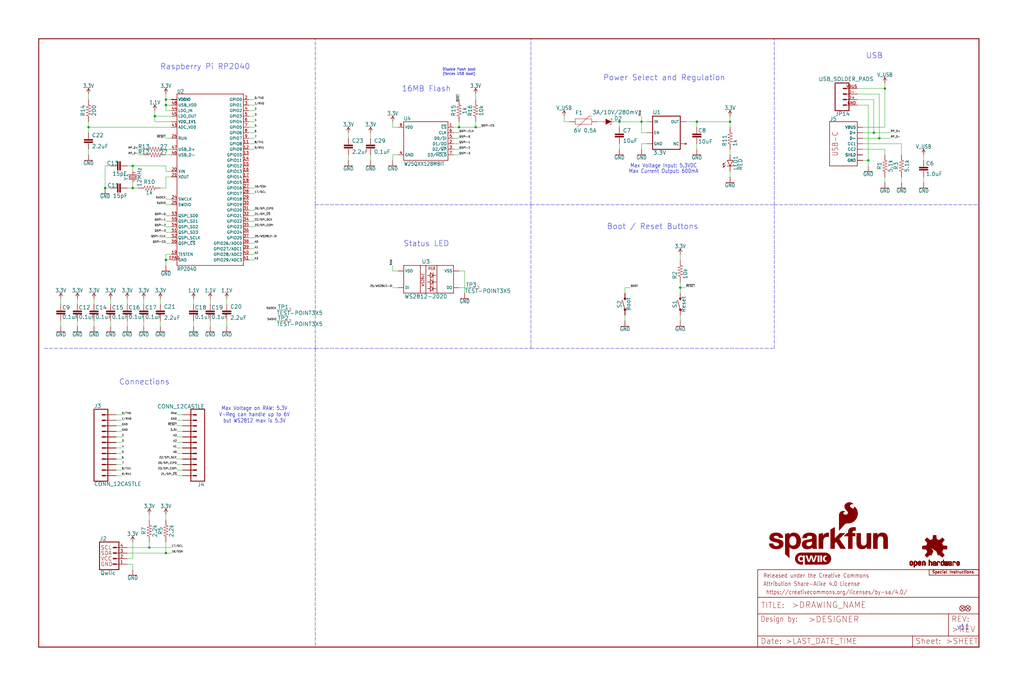
<source format=kicad_sch>
(kicad_sch (version 20211123) (generator eeschema)
  (paper "User" 470.306 317.906)
  (lib_symbols
    (symbol "schematicEagle-eagle-import:0.1UF-0402T-6.3V-10%-X7R"
      (property "Reference" "C" (at 1.524 2.921 0))
      (property "Value" "0.1UF-0402T-6.3V-10%-X7R" (at 1.524 -2.159 0))
      (symbol "0.1UF-0402T-6.3V-10%-X7R_1_0"
        (pin passive line (at 0 5.08 270) (length 2.54) (name "1") (number "1"))
        (pin passive line (at 0 -2.54 90) (length 2.54) (name "2") (number "2"))
      )
    )
    (symbol "schematicEagle-eagle-import:1.0UF-0402T-16V-10%"
      (property "Reference" "C" (at 1.524 2.921 0))
      (property "Value" "1.0UF-0402T-16V-10%" (at 1.524 -2.159 0))
      (symbol "1.0UF-0402T-16V-10%_1_0"
        (pin passive line (at 0 5.08 270) (length 2.54) (name "1") (number "1"))
        (pin passive line (at 0 -2.54 90) (length 2.54) (name "2") (number "2"))
      )
    )
    (symbol "schematicEagle-eagle-import:1.1V" (power)
      (property "Value" "1.1V" (at 0 2.794 0))
      (symbol "1.1V_1_0"
        (pin power_in line (at 0 0 90) (length 2.54) (name "1.1V") (number "1"))
      )
    )
    (symbol "schematicEagle-eagle-import:10KOHM-0402T-1{slash}16W-1%"
      (property "Reference" "R" (at 0 1.524 0))
      (property "Value" "10KOHM-0402T-1{slash}16W-1%" (at 0 -1.524 0))
      (symbol "10KOHM-0402T-1{slash}16W-1%_1_0"
        (pin passive line (at -5.08 0 0) (length 2.54) (name "1") (number "1"))
        (pin passive line (at 5.08 0 180) (length 2.54) (name "2") (number "2"))
      )
    )
    (symbol "schematicEagle-eagle-import:10UF-0402T-6.3V-20%"
      (property "Reference" "C" (at 1.524 2.921 0))
      (property "Value" "10UF-0402T-6.3V-20%" (at 1.524 -2.159 0))
      (symbol "10UF-0402T-6.3V-20%_1_0"
        (pin passive line (at 0 5.08 270) (length 2.54) (name "1") (number "1"))
        (pin passive line (at 0 -2.54 90) (length 2.54) (name "2") (number "2"))
      )
    )
    (symbol "schematicEagle-eagle-import:15PF-0402T-50V-5%"
      (property "Reference" "C" (at 1.524 2.921 0))
      (property "Value" "15PF-0402T-50V-5%" (at 1.524 -2.159 0))
      (symbol "15PF-0402T-50V-5%_1_0"
        (pin passive line (at 0 5.08 270) (length 2.54) (name "1") (number "1"))
        (pin passive line (at 0 -2.54 90) (length 2.54) (name "2") (number "2"))
      )
    )
    (symbol "schematicEagle-eagle-import:1KOHM-0402T-1{slash}16W-1%"
      (property "Reference" "R" (at 0 1.524 0))
      (property "Value" "1KOHM-0402T-1{slash}16W-1%" (at 0 -1.524 0))
      (symbol "1KOHM-0402T-1{slash}16W-1%_1_0"
        (pin passive line (at -5.08 0 0) (length 2.54) (name "1") (number "1"))
        (pin passive line (at 5.08 0 180) (length 2.54) (name "2") (number "2"))
      )
    )
    (symbol "schematicEagle-eagle-import:2.2KOHM-0402T-1{slash}16W-1%"
      (property "Reference" "R" (at 0 1.524 0))
      (property "Value" "2.2KOHM-0402T-1{slash}16W-1%" (at 0 -1.524 0))
      (symbol "2.2KOHM-0402T-1{slash}16W-1%_1_0"
        (pin passive line (at -5.08 0 0) (length 2.54) (name "1") (number "1"))
        (pin passive line (at 5.08 0 180) (length 2.54) (name "2") (number "2"))
      )
    )
    (symbol "schematicEagle-eagle-import:2.2UF-0402_TIGHT-10V-10%-X5R"
      (property "Reference" "C" (at 1.524 2.921 0))
      (property "Value" "2.2UF-0402_TIGHT-10V-10%-X5R" (at 1.524 -2.159 0))
      (symbol "2.2UF-0402_TIGHT-10V-10%-X5R_1_0"
        (pin passive line (at 0 5.08 270) (length 2.54) (name "1") (number "1"))
        (pin passive line (at 0 -2.54 90) (length 2.54) (name "2") (number "2"))
      )
    )
    (symbol "schematicEagle-eagle-import:200OHM-0402T-1{slash}16W-1%"
      (property "Reference" "R" (at 0 1.524 0))
      (property "Value" "200OHM-0402T-1{slash}16W-1%" (at 0 -1.524 0))
      (symbol "200OHM-0402T-1{slash}16W-1%_1_0"
        (pin passive line (at -5.08 0 0) (length 2.54) (name "1") (number "1"))
        (pin passive line (at 5.08 0 180) (length 2.54) (name "2") (number "2"))
      )
    )
    (symbol "schematicEagle-eagle-import:27OHM"
      (property "Reference" "R" (at 0 1.524 0))
      (property "Value" "27OHM" (at 0 -1.524 0))
      (symbol "27OHM_1_0"
        (pin passive line (at -5.08 0 0) (length 2.54) (name "1") (number "1"))
        (pin passive line (at 5.08 0 180) (length 2.54) (name "2") (number "2"))
      )
    )
    (symbol "schematicEagle-eagle-import:3.3V" (power)
      (property "Value" "3.3V" (at 0 2.794 0))
      (symbol "3.3V_1_0"
        (pin power_in line (at 0 0 90) (length 2.54) (name "3.3V") (number "1"))
      )
    )
    (symbol "schematicEagle-eagle-import:5.1KOHM-0402T-1{slash}16W-1%"
      (property "Reference" "R" (at 0 1.524 0))
      (property "Value" "5.1KOHM-0402T-1{slash}16W-1%" (at 0 -1.524 0))
      (symbol "5.1KOHM-0402T-1{slash}16W-1%_1_0"
        (pin passive line (at -5.08 0 0) (length 2.54) (name "1") (number "1"))
        (pin passive line (at 5.08 0 180) (length 2.54) (name "2") (number "2"))
      )
    )
    (symbol "schematicEagle-eagle-import:CONN_12CASTLE"
      (property "Reference" "J" (at 0 15.748 0))
      (property "Value" "CONN_12CASTLE" (at 0 -20.066 0))
      (symbol "CONN_12CASTLE_1_0"
        (pin passive line (at 10.16 -15.24 180) (length 5.08) (name "1") (number "1"))
        (pin passive line (at 10.16 7.62 180) (length 5.08) (name "10") (number "10"))
        (pin passive line (at 10.16 7.62 180) (length 5.08) (name "10") (number "10B"))
        (pin passive line (at 10.16 10.16 180) (length 5.08) (name "11") (number "11"))
        (pin passive line (at 10.16 10.16 180) (length 5.08) (name "11") (number "11B"))
        (pin passive line (at 10.16 12.7 180) (length 5.08) (name "12") (number "12"))
        (pin passive line (at 10.16 12.7 180) (length 5.08) (name "12") (number "12B"))
        (pin passive line (at 10.16 -15.24 180) (length 5.08) (name "1") (number "1B"))
        (pin passive line (at 10.16 -12.7 180) (length 5.08) (name "2") (number "2"))
        (pin passive line (at 10.16 -12.7 180) (length 5.08) (name "2") (number "2B"))
        (pin passive line (at 10.16 -10.16 180) (length 5.08) (name "3") (number "3"))
        (pin passive line (at 10.16 -10.16 180) (length 5.08) (name "3") (number "3B"))
        (pin passive line (at 10.16 -7.62 180) (length 5.08) (name "4") (number "4"))
        (pin passive line (at 10.16 -7.62 180) (length 5.08) (name "4") (number "4B"))
        (pin passive line (at 10.16 -5.08 180) (length 5.08) (name "5") (number "5"))
        (pin passive line (at 10.16 -5.08 180) (length 5.08) (name "5") (number "5B"))
        (pin passive line (at 10.16 -2.54 180) (length 5.08) (name "6") (number "6"))
        (pin passive line (at 10.16 -2.54 180) (length 5.08) (name "6") (number "6B"))
        (pin passive line (at 10.16 0 180) (length 5.08) (name "7") (number "7"))
        (pin passive line (at 10.16 0 180) (length 5.08) (name "7") (number "7B"))
        (pin passive line (at 10.16 2.54 180) (length 5.08) (name "8") (number "8"))
        (pin passive line (at 10.16 2.54 180) (length 5.08) (name "8") (number "8B"))
        (pin passive line (at 10.16 5.08 180) (length 5.08) (name "9") (number "9"))
        (pin passive line (at 10.16 5.08 180) (length 5.08) (name "9") (number "9B"))
      )
    )
    (symbol "schematicEagle-eagle-import:CRYSTAL-12MHZ"
      (property "Reference" "Y" (at 0 2.032 0))
      (property "Value" "CRYSTAL-12MHZ" (at 0 -2.032 0))
      (symbol "CRYSTAL-12MHZ_1_0"
        (text "1" (at -2.159 -1.143 0) (effects (font (size 0.8636 0.734)) (justify left bottom)))
        (text "2" (at 1.524 -1.143 0) (effects (font (size 0.8636 0.734)) (justify left bottom)))
        (pin passive line (at -2.54 0 0) (length 0) (name "1") (number "P1"))
        (pin passive line (at 2.54 0 180) (length 0) (name "2") (number "P3"))
      )
    )
    (symbol "schematicEagle-eagle-import:DIODE-SCHOTTKY-BAT60A"
      (property "Reference" "D" (at -2.54 2.032 0))
      (property "Value" "DIODE-SCHOTTKY-BAT60A" (at -2.54 -2.032 0))
      (symbol "DIODE-SCHOTTKY-BAT60A_1_0"
        (pin passive line (at -2.54 0 0) (length 0) (name "A") (number "A"))
        (pin passive line (at 2.54 0 180) (length 0) (name "C") (number "C"))
      )
    )
    (symbol "schematicEagle-eagle-import:FIDUCIAL1X2")
    (symbol "schematicEagle-eagle-import:FRAME-LEDGER"
      (symbol "FRAME-LEDGER_2_0"
        (text " https://creativecommons.org/licenses/by-sa/4.0/" (at 2.54 24.13 0) (effects (font (size 1.9304 1.6408)) (justify left bottom)))
        (text ">DESIGNER" (at 23.114 11.176 0) (effects (font (size 2.7432 2.7432)) (justify left bottom)))
        (text ">DRAWING_NAME" (at 15.494 17.78 0) (effects (font (size 2.7432 2.7432)) (justify left bottom)))
        (text ">LAST_DATE_TIME" (at 12.7 1.27 0) (effects (font (size 2.54 2.54)) (justify left bottom)))
        (text ">REV" (at 88.9 6.604 0) (effects (font (size 2.7432 2.7432)) (justify left bottom)))
        (text ">SHEET" (at 86.36 1.27 0) (effects (font (size 2.54 2.54)) (justify left bottom)))
        (text "Attribution Share-Alike 4.0 License" (at 2.54 27.94 0) (effects (font (size 1.9304 1.6408)) (justify left bottom)))
        (text "Date:" (at 1.27 1.27 0) (effects (font (size 2.54 2.54)) (justify left bottom)))
        (text "Design by:" (at 1.27 11.43 0) (effects (font (size 2.54 2.159)) (justify left bottom)))
        (text "Released under the Creative Commons" (at 2.54 31.75 0) (effects (font (size 1.9304 1.6408)) (justify left bottom)))
        (text "REV:" (at 88.9 11.43 0) (effects (font (size 2.54 2.54)) (justify left bottom)))
        (text "Sheet:" (at 72.39 1.27 0) (effects (font (size 2.54 2.54)) (justify left bottom)))
        (text "TITLE:" (at 1.524 17.78 0) (effects (font (size 2.54 2.54)) (justify left bottom)))
      )
    )
    (symbol "schematicEagle-eagle-import:GND" (power)
      (property "Value" "GND" (at 0 -0.254 0))
      (symbol "GND_1_0"
        (pin power_in line (at 0 2.54 270) (length 2.54) (name "GND") (number "1"))
      )
    )
    (symbol "schematicEagle-eagle-import:LED-RED0603"
      (property "Reference" "D" (at -3.429 -4.572 90))
      (property "Value" "LED-RED0603" (at 1.905 -4.572 90))
      (symbol "LED-RED0603_1_0"
        (pin passive line (at 0 2.54 270) (length 2.54) (name "A") (number "A"))
        (pin passive line (at 0 -5.08 90) (length 2.54) (name "C") (number "C"))
      )
    )
    (symbol "schematicEagle-eagle-import:MOMENTARY-SWITCH-SPST-SMD-4.6X2.8MM"
      (property "Reference" "S" (at 0 1.524 0))
      (property "Value" "MOMENTARY-SWITCH-SPST-SMD-4.6X2.8MM" (at 0 -0.508 0))
      (symbol "MOMENTARY-SWITCH-SPST-SMD-4.6X2.8MM_1_0"
        (pin passive line (at -5.08 0 0) (length 2.54) (name "1") (number "1"))
        (pin passive line (at -5.08 0 0) (length 2.54) (name "1") (number "2"))
        (pin passive line (at 5.08 0 180) (length 2.54) (name "2") (number "3"))
        (pin passive line (at 5.08 0 180) (length 2.54) (name "2") (number "4"))
      )
    )
    (symbol "schematicEagle-eagle-import:OSHW-LOGOMINI")
    (symbol "schematicEagle-eagle-import:PPTC_6V500MA"
      (property "Reference" "F" (at 1.905 3.175 0))
      (property "Value" "PPTC_6V500MA" (at 1.27 -2.794 0))
      (symbol "PPTC_6V500MA_1_0"
        (pin bidirectional line (at -5.08 0 0) (length 2.54) (name "1") (number "1"))
        (pin bidirectional line (at 7.62 0 180) (length 2.54) (name "2") (number "2"))
      )
    )
    (symbol "schematicEagle-eagle-import:QWIIC_CONNECTORJS-1MM"
      (property "Reference" "J" (at -5.08 7.874 0))
      (property "Value" "QWIIC_CONNECTORJS-1MM" (at -5.08 -5.334 0))
      (symbol "QWIIC_CONNECTORJS-1MM_1_0"
        (text "GND" (at -4.572 -2.54 0) (effects (font (size 1.778 1.778)) (justify left)))
        (text "SCL" (at -4.572 5.08 0) (effects (font (size 1.778 1.778)) (justify left)))
        (text "SDA" (at -4.572 2.54 0) (effects (font (size 1.778 1.778)) (justify left)))
        (text "VCC" (at -4.572 0 0) (effects (font (size 1.778 1.778)) (justify left)))
        (pin power_in line (at 7.62 -2.54 180) (length 5.08) (name "1") (number "1"))
        (pin power_in line (at 7.62 0 180) (length 5.08) (name "2") (number "2"))
        (pin passive line (at 7.62 2.54 180) (length 5.08) (name "3") (number "3"))
        (pin passive line (at 7.62 5.08 180) (length 5.08) (name "4") (number "4"))
      )
    )
    (symbol "schematicEagle-eagle-import:QWIIC_LOGO_6MM")
    (symbol "schematicEagle-eagle-import:RP2040"
      (property "Reference" "U" (at -15.24 38.354 0))
      (property "Value" "RP2040" (at -15.24 -43.18 0))
      (symbol "RP2040_1_0"
        (pin bidirectional line (at -17.78 35.56 0) (length 2.54) (name "VDDIO") (number "1"))
        (pin bidirectional line (at -17.78 35.56 0) (length 2.54) (name "VDDIO") (number "10"))
        (pin bidirectional line (at 17.78 15.24 180) (length 2.54) (name "GPIO8") (number "11"))
        (pin bidirectional line (at 17.78 12.7 180) (length 2.54) (name "GPIO9") (number "12"))
        (pin bidirectional line (at 17.78 10.16 180) (length 2.54) (name "GPIO10") (number "13"))
        (pin bidirectional line (at 17.78 7.62 180) (length 2.54) (name "GPIO11") (number "14"))
        (pin bidirectional line (at 17.78 5.08 180) (length 2.54) (name "GPIO12") (number "15"))
        (pin bidirectional line (at 17.78 2.54 180) (length 2.54) (name "GPIO13") (number "16"))
        (pin bidirectional line (at 17.78 0 180) (length 2.54) (name "GPIO14") (number "17"))
        (pin bidirectional line (at 17.78 -2.54 180) (length 2.54) (name "GPIO15") (number "18"))
        (pin bidirectional line (at -17.78 -35.56 0) (length 2.54) (name "TESTEN") (number "19"))
        (pin bidirectional line (at 17.78 35.56 180) (length 2.54) (name "GPIO0") (number "2"))
        (pin bidirectional line (at -17.78 2.54 0) (length 2.54) (name "XIN") (number "20"))
        (pin bidirectional line (at -17.78 0 0) (length 2.54) (name "XOUT") (number "21"))
        (pin bidirectional line (at -17.78 35.56 0) (length 2.54) (name "VDDIO") (number "22"))
        (pin bidirectional line (at -17.78 25.4 0) (length 2.54) (name "VDD_1V1") (number "23"))
        (pin bidirectional line (at -17.78 -10.16 0) (length 2.54) (name "SWCLK") (number "24"))
        (pin bidirectional line (at -17.78 -12.7 0) (length 2.54) (name "SWDIO") (number "25"))
        (pin bidirectional line (at -17.78 17.78 0) (length 2.54) (name "RUN") (number "26"))
        (pin bidirectional line (at 17.78 -5.08 180) (length 2.54) (name "GPIO16") (number "27"))
        (pin bidirectional line (at 17.78 -7.62 180) (length 2.54) (name "GPIO17") (number "28"))
        (pin bidirectional line (at 17.78 -10.16 180) (length 2.54) (name "GPIO18") (number "29"))
        (pin bidirectional line (at 17.78 33.02 180) (length 2.54) (name "GPIO1") (number "3"))
        (pin bidirectional line (at 17.78 -12.7 180) (length 2.54) (name "GPIO19") (number "30"))
        (pin bidirectional line (at 17.78 -15.24 180) (length 2.54) (name "GPIO20") (number "31"))
        (pin bidirectional line (at 17.78 -17.78 180) (length 2.54) (name "GPIO21") (number "32"))
        (pin bidirectional line (at -17.78 35.56 0) (length 2.54) (name "VDDIO") (number "33"))
        (pin bidirectional line (at 17.78 -20.32 180) (length 2.54) (name "GPIO22") (number "34"))
        (pin bidirectional line (at 17.78 -22.86 180) (length 2.54) (name "GPIO23") (number "35"))
        (pin bidirectional line (at 17.78 -25.4 180) (length 2.54) (name "GPIO24") (number "36"))
        (pin bidirectional line (at 17.78 -27.94 180) (length 2.54) (name "GPIO25") (number "37"))
        (pin bidirectional line (at 17.78 -30.48 180) (length 2.54) (name "GPIO26/ADC0") (number "38"))
        (pin bidirectional line (at 17.78 -33.02 180) (length 2.54) (name "GPIO27/ADC1") (number "39"))
        (pin bidirectional line (at 17.78 30.48 180) (length 2.54) (name "GPIO2") (number "4"))
        (pin bidirectional line (at 17.78 -35.56 180) (length 2.54) (name "GPIO28/ADC2") (number "40"))
        (pin bidirectional line (at 17.78 -38.1 180) (length 2.54) (name "GPIO29/ADC3") (number "41"))
        (pin bidirectional line (at -17.78 35.56 0) (length 2.54) (name "VDDIO") (number "42"))
        (pin bidirectional line (at -17.78 22.86 0) (length 2.54) (name "ADC_VDD") (number "43"))
        (pin bidirectional line (at -17.78 30.48 0) (length 2.54) (name "LDO_IN") (number "44"))
        (pin bidirectional line (at -17.78 27.94 0) (length 2.54) (name "LDO_OUT") (number "45"))
        (pin bidirectional line (at -17.78 10.16 0) (length 2.54) (name "USB_D-") (number "46"))
        (pin bidirectional line (at -17.78 12.7 0) (length 2.54) (name "USB_D+") (number "47"))
        (pin bidirectional line (at -17.78 33.02 0) (length 2.54) (name "USB_VDD") (number "48"))
        (pin bidirectional line (at -17.78 35.56 0) (length 2.54) (name "VDDIO") (number "49"))
        (pin bidirectional line (at 17.78 27.94 180) (length 2.54) (name "GPIO3") (number "5"))
        (pin bidirectional line (at -17.78 25.4 0) (length 2.54) (name "VDD_1V1") (number "50"))
        (pin bidirectional line (at -17.78 -25.4 0) (length 2.54) (name "QSPI_SD3") (number "51"))
        (pin bidirectional line (at -17.78 -27.94 0) (length 2.54) (name "QSPI_SCLK") (number "52"))
        (pin bidirectional line (at -17.78 -17.78 0) (length 2.54) (name "QSPI_SD0") (number "53"))
        (pin bidirectional line (at -17.78 -22.86 0) (length 2.54) (name "QSPI_SD2") (number "54"))
        (pin bidirectional line (at -17.78 -20.32 0) (length 2.54) (name "QSPI_SD1") (number "55"))
        (pin bidirectional line (at -17.78 -30.48 0) (length 2.54) (name "QSPI_~{CS}") (number "56"))
        (pin bidirectional line (at 17.78 25.4 180) (length 2.54) (name "GPIO4") (number "6"))
        (pin bidirectional line (at 17.78 22.86 180) (length 2.54) (name "GPIO5") (number "7"))
        (pin bidirectional line (at 17.78 20.32 180) (length 2.54) (name "GPIO6") (number "8"))
        (pin bidirectional line (at 17.78 17.78 180) (length 2.54) (name "GPIO7") (number "9"))
        (pin bidirectional line (at -17.78 -38.1 0) (length 2.54) (name "GND") (number "EPAD"))
      )
    )
    (symbol "schematicEagle-eagle-import:SFE_LOGO_FLAME.1_INCH")
    (symbol "schematicEagle-eagle-import:SFE_LOGO_NAME_FLAME.1_INCH")
    (symbol "schematicEagle-eagle-import:SPECIAL_INSTRUCTIONS-ORDERING"
      (symbol "SPECIAL_INSTRUCTIONS-ORDERING_1_0"
        (text "Special Instructions" (at 1.27 0.6985 0) (effects (font (size 1.27 1.27) (thickness 0.254) bold) (justify left bottom)))
      )
    )
    (symbol "schematicEagle-eagle-import:TEST-POINT3X5"
      (property "Reference" "TP" (at -2.54 2.54 0))
      (property "Value" "TEST-POINT3X5" (at -2.54 -2.54 0))
      (symbol "TEST-POINT3X5_1_0"
        (pin bidirectional line (at 0 0 180) (length 0) (name "1") (number "P$1"))
      )
    )
    (symbol "schematicEagle-eagle-import:USB_C_4-LAYER_PADS"
      (property "Reference" "J" (at -2.54 10.414 0))
      (property "Value" "USB_C_4-LAYER_PADS" (at -2.54 -12.446 0))
      (symbol "USB_C_4-LAYER_PADS_1_0"
        (text "USB-C" (at 0 0 900) (effects (font (size 2.54 2.159))))
        (pin bidirectional line (at 12.7 0 180) (length 2.54) (name "CC1") (number "A5"))
        (pin bidirectional line (at 12.7 5.08 180) (length 2.54) (name "D+") (number "A6"))
        (pin bidirectional line (at 12.7 2.54 180) (length 2.54) (name "D-") (number "A7"))
        (pin bidirectional line (at 12.7 -2.54 180) (length 2.54) (name "CC2") (number "B5"))
        (pin bidirectional line (at 12.7 5.08 180) (length 2.54) (name "D+") (number "B6"))
        (pin bidirectional line (at 12.7 2.54 180) (length 2.54) (name "D-") (number "B7"))
        (pin bidirectional line (at 12.7 -7.62 180) (length 2.54) (name "GND") (number "GND"))
        (pin bidirectional line (at 12.7 -7.62 180) (length 2.54) (name "GND") (number "GND2"))
        (pin bidirectional line (at 12.7 -5.08 180) (length 2.54) (name "SHLD") (number "SHLD1"))
        (pin bidirectional line (at 12.7 -5.08 180) (length 2.54) (name "SHLD") (number "SHLD2"))
        (pin bidirectional line (at 12.7 -5.08 180) (length 2.54) (name "SHLD") (number "SHLD3"))
        (pin bidirectional line (at 12.7 -5.08 180) (length 2.54) (name "SHLD") (number "SHLD4"))
        (pin bidirectional line (at 12.7 7.62 180) (length 2.54) (name "VBUS") (number "VBUS1"))
        (pin bidirectional line (at 12.7 7.62 180) (length 2.54) (name "VBUS") (number "VBUS2"))
      )
    )
    (symbol "schematicEagle-eagle-import:USB_SOLDER_PADS"
      (property "Reference" "JP" (at -5.08 8.128 0))
      (property "Value" "USB_SOLDER_PADS" (at -5.08 -7.366 0))
      (symbol "USB_SOLDER_PADS_1_0"
        (pin passive line (at 5.08 2.54 180) (length 5.08) (name "3") (number "D+"))
        (pin passive line (at 5.08 0 180) (length 5.08) (name "2") (number "D-"))
        (pin passive line (at 5.08 5.08 180) (length 5.08) (name "4") (number "GND"))
        (pin passive line (at 5.08 -2.54 180) (length 5.08) (name "1") (number "VBUS"))
      )
    )
    (symbol "schematicEagle-eagle-import:V_REG_AP2112K-3.3V"
      (property "Reference" "U" (at -7.62 7.874 0))
      (property "Value" "V_REG_AP2112K-3.3V" (at -7.62 -7.874 0))
      (symbol "V_REG_AP2112K-3.3V_1_0"
        (pin input line (at -10.16 5.08 0) (length 2.54) (name "IN") (number "1"))
        (pin input line (at -10.16 -5.08 0) (length 2.54) (name "GND") (number "2"))
        (pin input line (at -10.16 0 0) (length 2.54) (name "EN") (number "3"))
        (pin no_connect line (at 7.62 -5.08 180) (length 2.54) (name "NC") (number "4"))
        (pin passive line (at 7.62 5.08 180) (length 2.54) (name "OUT") (number "5"))
      )
    )
    (symbol "schematicEagle-eagle-import:V_USB" (power)
      (property "Value" "V_USB" (at 0 2.794 0))
      (symbol "V_USB_1_0"
        (pin power_in line (at 0 0 90) (length 2.54) (name "V_USB") (number "1"))
      )
    )
    (symbol "schematicEagle-eagle-import:W25QXX128MBIT-6X5-SKINNY_CENTER"
      (property "Reference" "U" (at -10.16 8.128 0))
      (property "Value" "W25QXX128MBIT-6X5-SKINNY_CENTER" (at -10.16 -12.7 0))
      (symbol "W25QXX128MBIT-6X5-SKINNY_CENTER_1_0"
        (pin bidirectional line (at 12.7 5.08 180) (length 2.54) (name "~{CS}") (number "1"))
        (pin bidirectional line (at 12.7 -2.54 180) (length 2.54) (name "D1/DO") (number "2"))
        (pin bidirectional line (at 12.7 -5.08 180) (length 2.54) (name "D2/~{WP}") (number "3"))
        (pin bidirectional line (at -12.7 -7.62 0) (length 2.54) (name "GND") (number "4"))
        (pin bidirectional line (at 12.7 0 180) (length 2.54) (name "D0/DI") (number "5"))
        (pin bidirectional line (at 12.7 2.54 180) (length 2.54) (name "CLK") (number "6"))
        (pin bidirectional line (at 12.7 -7.62 180) (length 2.54) (name "D3/~{HOLD}") (number "7"))
        (pin bidirectional line (at -12.7 5.08 0) (length 2.54) (name "VDD") (number "8"))
      )
    )
    (symbol "schematicEagle-eagle-import:WS2812-2020"
      (property "Value" "WS2812-2020" (at -2.54 -7.62 0))
      (symbol "WS2812-2020_1_0"
        (text "RGB" (at -1.524 5.5118 0) (effects (font (size 1.27 1.0795)) (justify left bottom)))
        (text "WS28x1" (at -3.175 -2.159 900) (effects (font (size 1.27 1.0795)) (justify left bottom)))
        (pin bidirectional line (at 12.7 -2.54 180) (length 2.54) (name "DO") (number "1"))
        (pin bidirectional line (at 12.7 5.08 180) (length 2.54) (name "VSS") (number "2"))
        (pin bidirectional line (at -15.24 -2.54 0) (length 2.54) (name "DI") (number "3"))
        (pin bidirectional line (at -15.24 5.08 0) (length 2.54) (name "VDD") (number "4"))
      )
    )
  )
  (junction (at 76.2 48.26))
  (junction (at 294.64 55.88))
  (junction (at 60.96 86.36))
  (junction (at 60.96 76.2))
  (junction (at 320.04 55.88))
  (junction (at 210.82 58.42))
  (junction (at 335.28 55.88))
  (junction (at 401.32 60.96))
  (junction (at 312.42 132.08))
  (junction (at 284.48 55.88))
  (junction (at 40.64 58.42))
  (junction (at 218.44 58.42))
  (junction (at 403.86 63.5))
  (junction (at 71.12 53.34))
  (junction (at 398.78 73.66))
  (junction (at 406.4 40.64))
  (junction (at 76.2 45.72))
  (junction (at 76.2 119.38))
  (junction (at 68.58 251.46))
  (junction (at 76.2 254))
  (junction (at 48.26 86.36))
  (wire (pts (xy 40.64 58.42) (xy 40.64 55.88)))
  (wire (pts (xy 274.32 55.88) (xy 276.86 55.88)))
  (wire (pts (xy 76.2 45.72) (xy 76.2 43.18)))
  (wire (pts (xy 78.74 50.8) (xy 76.2 50.8)))
  (wire (pts (xy 114.3 60.96) (xy 116.84 60.96)))
  (wire (pts (xy 53.34 203.2) (xy 55.88 203.2)))
  (wire (pts (xy 294.64 55.88) (xy 297.18 55.88)))
  (wire (pts (xy 320.04 58.42) (xy 320.04 55.88)))
  (wire (pts (xy 76.2 71.12) (xy 78.74 71.12)))
  (wire (pts (xy 50.8 86.36) (xy 48.26 86.36)))
  (wire (pts (xy 401.32 45.72) (xy 401.32 60.96)))
  (wire (pts (xy 78.74 81.28) (xy 76.2 81.28)))
  (wire (pts (xy 414.02 66.04) (xy 414.02 71.12)))
  (wire (pts (xy 114.3 116.84) (xy 116.84 116.84)))
  (wire (pts (xy 53.34 208.28) (xy 55.88 208.28)))
  (wire (pts (xy 60.96 256.54) (xy 60.96 248.92)))
  (wire (pts (xy 259.08 55.88) (xy 259.08 53.34)))
  (wire (pts (xy 284.48 55.88) (xy 281.94 55.88)))
  (polyline (pts (xy 243.84 93.98) (xy 355.6 93.98)))
  (wire (pts (xy 284.48 58.42) (xy 284.48 55.88)))
  (wire (pts (xy 406.4 40.64) (xy 406.4 58.42)))
  (wire (pts (xy 114.3 63.5) (xy 116.84 63.5)))
  (wire (pts (xy 114.3 66.04) (xy 116.84 66.04)))
  (wire (pts (xy 406.4 83.82) (xy 406.4 81.28)))
  (wire (pts (xy 114.3 114.3) (xy 116.84 114.3)))
  (wire (pts (xy 160.02 73.66) (xy 160.02 71.12)))
  (wire (pts (xy 210.82 58.42) (xy 218.44 58.42)))
  (wire (pts (xy 35.56 147.32) (xy 35.56 149.86)))
  (wire (pts (xy 210.82 132.08) (xy 215.9 132.08)))
  (wire (pts (xy 180.34 58.42) (xy 180.34 55.88)))
  (polyline (pts (xy 243.84 160.02) (xy 243.84 93.98)))
  (polyline (pts (xy 144.78 160.02) (xy 144.78 93.98)))
  (wire (pts (xy 104.14 149.86) (xy 104.14 147.32)))
  (wire (pts (xy 27.94 137.16) (xy 27.94 139.7)))
  (wire (pts (xy 78.74 78.74) (xy 76.2 78.74)))
  (wire (pts (xy 76.2 116.84) (xy 76.2 119.38)))
  (wire (pts (xy 83.82 218.44) (xy 81.28 218.44)))
  (polyline (pts (xy 243.84 160.02) (xy 355.6 160.02)))
  (wire (pts (xy 43.18 137.16) (xy 43.18 139.7)))
  (wire (pts (xy 78.74 119.38) (xy 76.2 119.38)))
  (wire (pts (xy 83.82 193.04) (xy 81.28 193.04)))
  (wire (pts (xy 208.28 68.58) (xy 210.82 68.58)))
  (wire (pts (xy 58.42 147.32) (xy 58.42 149.86)))
  (wire (pts (xy 114.3 45.72) (xy 116.84 45.72)))
  (wire (pts (xy 208.28 58.42) (xy 210.82 58.42)))
  (wire (pts (xy 76.2 236.22) (xy 76.2 238.76)))
  (wire (pts (xy 114.3 111.76) (xy 116.84 111.76)))
  (wire (pts (xy 83.82 198.12) (xy 81.28 198.12)))
  (wire (pts (xy 114.3 96.52) (xy 116.84 96.52)))
  (wire (pts (xy 50.8 147.32) (xy 50.8 149.86)))
  (wire (pts (xy 78.74 111.76) (xy 76.2 111.76)))
  (wire (pts (xy 312.42 129.54) (xy 312.42 132.08)))
  (wire (pts (xy 114.3 53.34) (xy 116.84 53.34)))
  (wire (pts (xy 294.64 66.04) (xy 294.64 68.58)))
  (wire (pts (xy 104.14 137.16) (xy 104.14 139.7)))
  (wire (pts (xy 88.9 147.32) (xy 88.9 149.86)))
  (wire (pts (xy 287.02 132.08) (xy 287.02 134.62)))
  (wire (pts (xy 335.28 71.12) (xy 335.28 68.58)))
  (wire (pts (xy 114.3 55.88) (xy 116.84 55.88)))
  (wire (pts (xy 294.64 60.96) (xy 294.64 55.88)))
  (wire (pts (xy 58.42 137.16) (xy 58.42 139.7)))
  (wire (pts (xy 63.5 86.36) (xy 60.96 86.36)))
  (wire (pts (xy 78.74 101.6) (xy 76.2 101.6)))
  (polyline (pts (xy 144.78 93.98) (xy 144.78 17.78)))
  (wire (pts (xy 60.96 76.2) (xy 58.42 76.2)))
  (wire (pts (xy 96.52 137.16) (xy 96.52 139.7)))
  (polyline (pts (xy 20.32 160.02) (xy 144.78 160.02)))
  (wire (pts (xy 182.88 132.08) (xy 180.34 132.08)))
  (wire (pts (xy 58.42 259.08) (xy 60.96 259.08)))
  (wire (pts (xy 60.96 83.82) (xy 60.96 86.36)))
  (wire (pts (xy 53.34 190.5) (xy 55.88 190.5)))
  (wire (pts (xy 73.66 137.16) (xy 73.66 139.7)))
  (wire (pts (xy 53.34 213.36) (xy 55.88 213.36)))
  (wire (pts (xy 114.3 88.9) (xy 116.84 88.9)))
  (wire (pts (xy 71.12 55.88) (xy 71.12 53.34)))
  (wire (pts (xy 170.18 73.66) (xy 170.18 71.12)))
  (wire (pts (xy 335.28 55.88) (xy 335.28 53.34)))
  (wire (pts (xy 40.64 43.18) (xy 40.64 45.72)))
  (wire (pts (xy 414.02 83.82) (xy 414.02 81.28)))
  (wire (pts (xy 40.64 58.42) (xy 40.64 60.96)))
  (wire (pts (xy 114.3 101.6) (xy 116.84 101.6)))
  (wire (pts (xy 114.3 50.8) (xy 116.84 50.8)))
  (wire (pts (xy 73.66 149.86) (xy 73.66 147.32)))
  (wire (pts (xy 287.02 147.32) (xy 287.02 144.78)))
  (wire (pts (xy 312.42 147.32) (xy 312.42 144.78)))
  (wire (pts (xy 393.7 45.72) (xy 401.32 45.72)))
  (wire (pts (xy 50.8 76.2) (xy 48.26 76.2)))
  (wire (pts (xy 182.88 124.46) (xy 180.34 124.46)))
  (wire (pts (xy 76.2 119.38) (xy 76.2 121.92)))
  (wire (pts (xy 78.74 48.26) (xy 76.2 48.26)))
  (wire (pts (xy 58.42 251.46) (xy 68.58 251.46)))
  (wire (pts (xy 53.34 198.12) (xy 55.88 198.12)))
  (wire (pts (xy 424.18 71.12) (xy 424.18 73.66)))
  (wire (pts (xy 424.18 81.28) (xy 424.18 83.82)))
  (wire (pts (xy 78.74 91.44) (xy 76.2 91.44)))
  (wire (pts (xy 83.82 215.9) (xy 81.28 215.9)))
  (wire (pts (xy 208.28 71.12) (xy 210.82 71.12)))
  (wire (pts (xy 114.3 58.42) (xy 116.84 58.42)))
  (wire (pts (xy 393.7 40.64) (xy 406.4 40.64)))
  (wire (pts (xy 320.04 55.88) (xy 335.28 55.88)))
  (wire (pts (xy 335.28 55.88) (xy 335.28 58.42)))
  (wire (pts (xy 78.74 68.58) (xy 76.2 68.58)))
  (wire (pts (xy 403.86 63.5) (xy 408.94 63.5)))
  (wire (pts (xy 83.82 200.66) (xy 81.28 200.66)))
  (wire (pts (xy 76.2 248.92) (xy 76.2 254)))
  (wire (pts (xy 58.42 254) (xy 76.2 254)))
  (wire (pts (xy 208.28 66.04) (xy 210.82 66.04)))
  (wire (pts (xy 129.54 142.24) (xy 127 142.24)))
  (wire (pts (xy 78.74 58.42) (xy 40.64 58.42)))
  (wire (pts (xy 71.12 53.34) (xy 71.12 50.8)))
  (wire (pts (xy 76.2 76.2) (xy 60.96 76.2)))
  (wire (pts (xy 76.2 50.8) (xy 76.2 48.26)))
  (wire (pts (xy 83.82 213.36) (xy 81.28 213.36)))
  (wire (pts (xy 96.52 147.32) (xy 96.52 149.86)))
  (polyline (pts (xy 243.84 93.98) (xy 243.84 17.78)))
  (wire (pts (xy 78.74 104.14) (xy 76.2 104.14)))
  (wire (pts (xy 396.24 66.04) (xy 414.02 66.04)))
  (wire (pts (xy 66.04 137.16) (xy 66.04 139.7)))
  (polyline (pts (xy 355.6 93.98) (xy 449.58 93.98)))
  (wire (pts (xy 294.64 55.88) (xy 294.64 53.34)))
  (wire (pts (xy 314.96 55.88) (xy 320.04 55.88)))
  (wire (pts (xy 208.28 60.96) (xy 210.82 60.96)))
  (wire (pts (xy 68.58 248.92) (xy 68.58 251.46)))
  (wire (pts (xy 398.78 73.66) (xy 398.78 76.2)))
  (wire (pts (xy 58.42 256.54) (xy 60.96 256.54)))
  (wire (pts (xy 53.34 215.9) (xy 55.88 215.9)))
  (wire (pts (xy 78.74 55.88) (xy 71.12 55.88)))
  (wire (pts (xy 66.04 71.12) (xy 63.5 71.12)))
  (wire (pts (xy 78.74 53.34) (xy 71.12 53.34)))
  (wire (pts (xy 78.74 99.06) (xy 76.2 99.06)))
  (wire (pts (xy 60.96 78.74) (xy 60.96 76.2)))
  (wire (pts (xy 68.58 236.22) (xy 68.58 238.76)))
  (wire (pts (xy 78.74 106.68) (xy 76.2 106.68)))
  (wire (pts (xy 210.82 45.72) (xy 210.82 43.18)))
  (polyline (pts (xy 144.78 160.02) (xy 243.84 160.02)))
  (wire (pts (xy 398.78 48.26) (xy 398.78 73.66)))
  (polyline (pts (xy 144.78 93.98) (xy 243.84 93.98)))
  (wire (pts (xy 114.3 68.58) (xy 116.84 68.58)))
  (wire (pts (xy 287.02 132.08) (xy 289.56 132.08)))
  (wire (pts (xy 66.04 147.32) (xy 66.04 149.86)))
  (wire (pts (xy 35.56 137.16) (xy 35.56 139.7)))
  (wire (pts (xy 50.8 137.16) (xy 50.8 139.7)))
  (wire (pts (xy 393.7 48.26) (xy 398.78 48.26)))
  (wire (pts (xy 76.2 86.36) (xy 73.66 86.36)))
  (wire (pts (xy 213.36 124.46) (xy 213.36 134.62)))
  (wire (pts (xy 312.42 132.08) (xy 314.96 132.08)))
  (wire (pts (xy 114.3 48.26) (xy 116.84 48.26)))
  (wire (pts (xy 83.82 203.2) (xy 81.28 203.2)))
  (wire (pts (xy 53.34 195.58) (xy 55.88 195.58)))
  (wire (pts (xy 335.28 81.28) (xy 335.28 78.74)))
  (wire (pts (xy 78.74 116.84) (xy 76.2 116.84)))
  (wire (pts (xy 60.96 259.08) (xy 60.96 261.62)))
  (wire (pts (xy 114.3 109.22) (xy 116.84 109.22)))
  (polyline (pts (xy 355.6 93.98) (xy 355.6 17.78)))
  (wire (pts (xy 76.2 81.28) (xy 76.2 86.36)))
  (wire (pts (xy 180.34 71.12) (xy 180.34 73.66)))
  (wire (pts (xy 53.34 210.82) (xy 55.88 210.82)))
  (wire (pts (xy 297.18 66.04) (xy 294.64 66.04)))
  (wire (pts (xy 182.88 71.12) (xy 180.34 71.12)))
  (wire (pts (xy 66.04 68.58) (xy 63.5 68.58)))
  (wire (pts (xy 78.74 93.98) (xy 76.2 93.98)))
  (wire (pts (xy 396.24 73.66) (xy 398.78 73.66)))
  (wire (pts (xy 114.3 119.38) (xy 116.84 119.38)))
  (wire (pts (xy 210.82 55.88) (xy 210.82 58.42)))
  (wire (pts (xy 218.44 55.88) (xy 218.44 58.42)))
  (wire (pts (xy 406.4 68.58) (xy 406.4 71.12)))
  (wire (pts (xy 406.4 38.1) (xy 406.4 40.64)))
  (wire (pts (xy 218.44 58.42) (xy 220.98 58.42)))
  (polyline (pts (xy 355.6 160.02) (xy 355.6 93.98)))
  (wire (pts (xy 83.82 210.82) (xy 81.28 210.82)))
  (wire (pts (xy 396.24 58.42) (xy 406.4 58.42)))
  (wire (pts (xy 170.18 60.96) (xy 170.18 63.5)))
  (wire (pts (xy 78.74 109.22) (xy 76.2 109.22)))
  (wire (pts (xy 60.96 86.36) (xy 58.42 86.36)))
  (wire (pts (xy 210.82 124.46) (xy 213.36 124.46)))
  (wire (pts (xy 129.54 147.32) (xy 127 147.32)))
  (wire (pts (xy 78.74 63.5) (xy 76.2 63.5)))
  (wire (pts (xy 180.34 124.46) (xy 180.34 121.92)))
  (wire (pts (xy 53.34 193.04) (xy 55.88 193.04)))
  (wire (pts (xy 76.2 78.74) (xy 76.2 76.2)))
  (wire (pts (xy 53.34 205.74) (xy 55.88 205.74)))
  (wire (pts (xy 83.82 208.28) (xy 81.28 208.28)))
  (wire (pts (xy 284.48 66.04) (xy 284.48 68.58)))
  (wire (pts (xy 312.42 132.08) (xy 312.42 134.62)))
  (wire (pts (xy 114.3 99.06) (xy 116.84 99.06)))
  (wire (pts (xy 261.62 55.88) (xy 259.08 55.88)))
  (wire (pts (xy 53.34 200.66) (xy 55.88 200.66)))
  (wire (pts (xy 393.7 43.18) (xy 403.86 43.18)))
  (wire (pts (xy 160.02 60.96) (xy 160.02 63.5)))
  (wire (pts (xy 396.24 63.5) (xy 403.86 63.5)))
  (wire (pts (xy 396.24 60.96) (xy 401.32 60.96)))
  (wire (pts (xy 218.44 45.72) (xy 218.44 43.18)))
  (wire (pts (xy 396.24 68.58) (xy 406.4 68.58)))
  (wire (pts (xy 83.82 195.58) (xy 81.28 195.58)))
  (wire (pts (xy 297.18 60.96) (xy 294.64 60.96)))
  (wire (pts (xy 284.48 55.88) (xy 294.64 55.88)))
  (wire (pts (xy 208.28 63.5) (xy 210.82 63.5)))
  (wire (pts (xy 320.04 66.04) (xy 320.04 68.58)))
  (wire (pts (xy 114.3 104.14) (xy 116.84 104.14)))
  (wire (pts (xy 43.18 147.32) (xy 43.18 149.86)))
  (wire (pts (xy 76.2 254) (xy 78.74 254)))
  (wire (pts (xy 53.34 218.44) (xy 55.88 218.44)))
  (wire (pts (xy 114.3 86.36) (xy 116.84 86.36)))
  (wire (pts (xy 48.26 76.2) (xy 48.26 86.36)))
  (wire (pts (xy 78.74 45.72) (xy 76.2 45.72)))
  (wire (pts (xy 83.82 190.5) (xy 81.28 190.5)))
  (wire (pts (xy 83.82 205.74) (xy 81.28 205.74)))
  (wire (pts (xy 40.64 71.12) (xy 40.64 68.58)))
  (wire (pts (xy 403.86 43.18) (xy 403.86 63.5)))
  (wire (pts (xy 401.32 60.96) (xy 408.94 60.96)))
  (wire (pts (xy 76.2 45.72) (xy 76.2 48.26)))
  (wire (pts (xy 27.94 147.32) (xy 27.94 149.86)))
  (wire (pts (xy 68.58 251.46) (xy 78.74 251.46)))
  (polyline (pts (xy 144.78 160.02) (xy 144.78 297.18)))
  (wire (pts (xy 88.9 137.16) (xy 88.9 139.7)))
  (wire (pts (xy 182.88 58.42) (xy 180.34 58.42)))
  (wire (pts (xy 312.42 116.84) (xy 312.42 119.38)))
  (text "Disable flash boot\n(forces USB boot)" (at 210.82 33.02 180) (effects (font (size 1.27 1.0795))))
  (text "Power Select and Regulation" (at 305.054 35.814 180) (effects (font (size 2.54 2.54))))
  (text "Status LED" (at 195.834 112.014 180) (effects (font (size 2.54 2.54))))
  (text "Max Voltage Input: 5.3VDC" (at 304.8 76.2 180) (effects (font (size 1.778 1.5113))))
  (text "v11" (at 439.42 289.56 180) (effects (font (size 2.54 2.159)) (justify left bottom)))
  (text "Max Current Output: 600mA" (at 304.8 78.74 180) (effects (font (size 1.778 1.5113))))
  (text "Boot / Reset Buttons" (at 299.72 104.14 180) (effects (font (size 2.54 2.54))))
  (text "16MB Flash" (at 195.834 40.894 180) (effects (font (size 2.54 2.54))))
  (text "Connections" (at 66.294 175.514 180) (effects (font (size 2.54 2.54))))
  (text "Raspberry Pi RP2040" (at 94.234 30.734 180) (effects (font (size 2.54 2.54))))
  (text "Max Voltage on RAW: 5.3V\nV-Reg can handle up to 6V\nbut WS2812 max is 5.3V" (at 116.84 190.5 0) (effects (font (size 1.778 1.5113))))
  (text "USB" (at 401.574 25.654 180) (effects (font (size 2.54 2.54))))
  (label "16/SDA" (at 116.84 86.36 0) (effects (font (size 0.889 0.889))))
  (label "9/RX1" (at 55.88 218.44 0) (effects (font (size 0.889 0.889))))
  (label "A2" (at 81.28 203.2 180) (effects (font (size 0.889 0.889))))
  (label "3" (at 116.84 53.34 0) (effects (font (size 0.889 0.889))))
  (label "BOOT" (at 210.82 43.18 270) (effects (font (size 0.889 0.889))))
  (label "25/WS2812-DI" (at 180.34 132.08 180) (effects (font (size 0.889 0.889))))
  (label "20/SPI_CIPO" (at 81.28 213.36 180) (effects (font (size 0.889 0.889))))
  (label "QSPI-CS" (at 76.2 111.76 180) (effects (font (size 0.889 0.889))))
  (label "QSPI-CLK" (at 210.82 60.96 0) (effects (font (size 0.889 0.889))))
  (label "QSPI-2" (at 210.82 68.58 0) (effects (font (size 0.889 0.889))))
  (label "RP_D-" (at 408.94 63.5 0) (effects (font (size 0.889 0.889))))
  (label "20/SPI_CIPO" (at 116.84 96.52 0) (effects (font (size 0.889 0.889))))
  (label "SWDIO" (at 127 147.32 180) (effects (font (size 0.889 0.889))))
  (label "1/RX0" (at 116.84 48.26 0) (effects (font (size 0.889 0.889))))
  (label "5" (at 55.88 208.28 0) (effects (font (size 0.889 0.889))))
  (label "A0" (at 116.84 111.76 0) (effects (font (size 0.889 0.889))))
  (label "~{RESET}" (at 81.28 195.58 180) (effects (font (size 0.889 0.889))))
  (label "17/SCL" (at 78.74 251.46 0) (effects (font (size 0.889 0.889))))
  (label "6" (at 116.84 60.96 0) (effects (font (size 0.889 0.889))))
  (label "9/RX1" (at 116.84 68.58 0) (effects (font (size 0.889 0.889))))
  (label "SWDCK" (at 76.2 91.44 180) (effects (font (size 0.889 0.889))))
  (label "1/RX0" (at 55.88 193.04 0) (effects (font (size 0.889 0.889))))
  (label "5" (at 116.84 58.42 0) (effects (font (size 0.889 0.889))))
  (label "A0" (at 81.28 208.28 180) (effects (font (size 0.889 0.889))))
  (label "QSPI-3" (at 76.2 106.68 180) (effects (font (size 0.889 0.889))))
  (label "GND" (at 81.28 193.04 180) (effects (font (size 0.889 0.889))))
  (label "23/SPI_COPI" (at 116.84 104.14 0) (effects (font (size 0.889 0.889))))
  (label "6" (at 55.88 210.82 0) (effects (font (size 0.889 0.889))))
  (label "RAW" (at 180.34 121.92 90) (effects (font (size 0.889 0.889))))
  (label "A3" (at 116.84 119.38 0) (effects (font (size 0.889 0.889))))
  (label "QSPI-3" (at 210.82 71.12 0) (effects (font (size 0.889 0.889))))
  (label "RP_D+" (at 63.5 68.58 180) (effects (font (size 0.889 0.889))))
  (label "22/SPI_SCK" (at 116.84 101.6 0) (effects (font (size 0.889 0.889))))
  (label "17/SCL" (at 116.84 88.9 0) (effects (font (size 0.889 0.889))))
  (label "QSPI-1" (at 76.2 101.6 180) (effects (font (size 0.889 0.889))))
  (label "RAW" (at 81.28 190.5 180) (effects (font (size 0.889 0.889))))
  (label "A1" (at 116.84 114.3 0) (effects (font (size 0.889 0.889))))
  (label "3" (at 55.88 203.2 0) (effects (font (size 0.889 0.889))))
  (label "A1" (at 81.28 205.74 180) (effects (font (size 0.889 0.889))))
  (label "21/SPI_~{CS}" (at 116.84 99.06 0) (effects (font (size 0.889 0.889))))
  (label "4" (at 116.84 55.88 0) (effects (font (size 0.889 0.889))))
  (label "QSPI-0" (at 210.82 63.5 0) (effects (font (size 0.889 0.889))))
  (label "22/SPI_SCK" (at 81.28 210.82 180) (effects (font (size 0.889 0.889))))
  (label "4" (at 55.88 205.74 0) (effects (font (size 0.889 0.889))))
  (label "8/TX1" (at 116.84 66.04 0) (effects (font (size 0.889 0.889))))
  (label "3.3V" (at 81.28 198.12 180) (effects (font (size 0.889 0.889))))
  (label "SWDCK" (at 127 142.24 180) (effects (font (size 0.889 0.889))))
  (label "A3" (at 81.28 200.66 180) (effects (font (size 0.889 0.889))))
  (label "QSPI-1" (at 210.82 66.04 0) (effects (font (size 0.889 0.889))))
  (label "8/TX1" (at 55.88 215.9 0) (effects (font (size 0.889 0.889))))
  (label "GND" (at 55.88 195.58 0) (effects (font (size 0.889 0.889))))
  (label "2" (at 116.84 50.8 0) (effects (font (size 0.889 0.889))))
  (label "25/WS2812-DI" (at 116.84 109.22 0) (effects (font (size 0.889 0.889))))
  (label "SWDIO" (at 76.2 93.98 180) (effects (font (size 0.889 0.889))))
  (label "RAW" (at 294.64 53.34 90) (effects (font (size 0.889 0.889))))
  (label "~{RESET}" (at 76.2 63.5 180) (effects (font (size 0.889 0.889))))
  (label "BOOT" (at 289.56 132.08 0) (effects (font (size 0.889 0.889))))
  (label "QSPI-0" (at 76.2 99.06 180) (effects (font (size 0.889 0.889))))
  (label "RP_D-" (at 63.5 71.12 180) (effects (font (size 0.889 0.889))))
  (label "16/SDA" (at 78.74 254 0) (effects (font (size 0.889 0.889))))
  (label "2" (at 55.88 200.66 0) (effects (font (size 0.889 0.889))))
  (label "GND" (at 55.88 198.12 0) (effects (font (size 0.889 0.889))))
  (label "RP_D+" (at 408.94 60.96 0) (effects (font (size 0.889 0.889))))
  (label "23/SPI_COPI" (at 81.28 215.9 180) (effects (font (size 0.889 0.889))))
  (label "~{RESET}" (at 314.96 132.08 0) (effects (font (size 0.889 0.889))))
  (label "QSPI-CS" (at 220.98 58.42 0) (effects (font (size 0.889 0.889))))
  (label "A2" (at 116.84 116.84 0) (effects (font (size 0.889 0.889))))
  (label "0/TX0" (at 116.84 45.72 0) (effects (font (size 0.889 0.889))))
  (label "QSPI-2" (at 76.2 104.14 180) (effects (font (size 0.889 0.889))))
  (label "0/TX0" (at 55.88 190.5 0) (effects (font (size 0.889 0.889))))
  (label "QSPI-CLK" (at 76.2 109.22 180) (effects (font (size 0.889 0.889))))
  (label "7" (at 116.84 63.5 0) (effects (font (size 0.889 0.889))))
  (label "7" (at 55.88 213.36 0) (effects (font (size 0.889 0.889))))
  (label "21/SPI_~{CS}" (at 81.28 218.44 180) (effects (font (size 0.889 0.889))))
  (symbol (lib_id "schematicEagle-eagle-import:1KOHM-0402T-1{slash}16W-1%") (at 68.58 86.36 0) (unit 1)
    (property "Reference" "R10" (at 68.58 84.582 0) (effects (font (size 1.778 1.778)) (justify bottom)))
    (property "Value" "1k" (at 68.58 89.408 0) (effects (font (size 1.778 1.778)) (justify bottom)))
    (property "Footprint" "schematicEagle:0402-TIGHT" (effects hide))
  )
  (symbol (lib_id "schematicEagle-eagle-import:WS2812-2020") (at 198.12 129.54 0) (unit 1)
    (property "Reference" "U3" (at 195.58 121.158 0) (effects (font (size 1.778 1.778)) (justify bottom)))
    (property "Value" "WS2812-2020" (at 195.58 137.16 0) (effects (font (size 1.778 1.778)) (justify bottom)))
    (property "Footprint" "schematicEagle:WS2812-2020" (effects hide))
  )
  (symbol (lib_id "schematicEagle-eagle-import:GND") (at 43.18 152.4 0) (unit 1)
    (property "Reference" "#GND20" (effects hide))
    (property "Value" "GND" (at 43.18 152.654 0) (effects (font (size 1.778 1.5113)) (justify top)))
    (property "Footprint" "schematicEagle:" (effects hide))
  )
  (symbol (lib_id "schematicEagle-eagle-import:GND") (at 287.02 149.86 0) (unit 1)
    (property "Reference" "#GND2" (effects hide))
    (property "Value" "GND" (at 287.02 150.114 0) (effects (font (size 1.778 1.5113)) (justify top)))
    (property "Footprint" "schematicEagle:" (effects hide))
  )
  (symbol (lib_id "schematicEagle-eagle-import:GND") (at 104.14 152.4 0) (unit 1)
    (property "Reference" "#GND26" (effects hide))
    (property "Value" "GND" (at 104.14 152.654 0) (effects (font (size 1.778 1.5113)) (justify top)))
    (property "Footprint" "schematicEagle:" (effects hide))
  )
  (symbol (lib_id "schematicEagle-eagle-import:1.1V") (at 71.12 50.8 0) (unit 1)
    (property "Reference" "#SUPPLY24" (effects hide))
    (property "Value" "1.1V" (at 71.12 48.006 0) (effects (font (size 1.778 1.5113)) (justify bottom)))
    (property "Footprint" "schematicEagle:" (effects hide))
  )
  (symbol (lib_id "schematicEagle-eagle-import:0.1UF-0402T-6.3V-10%-X7R") (at 43.18 144.78 0) (unit 1)
    (property "Reference" "C14" (at 43.688 142.24 0) (effects (font (size 1.778 1.778)) (justify left bottom)))
    (property "Value" "0.1uF" (at 43.688 146.558 0) (effects (font (size 1.778 1.778)) (justify left bottom)))
    (property "Footprint" "schematicEagle:0402-TIGHT" (effects hide))
  )
  (symbol (lib_id "schematicEagle-eagle-import:V_USB") (at 424.18 71.12 0) (unit 1)
    (property "Reference" "#SUPPLY8" (effects hide))
    (property "Value" "V_USB" (at 424.18 68.326 0) (effects (font (size 1.778 1.5113)) (justify bottom)))
    (property "Footprint" "schematicEagle:" (effects hide))
  )
  (symbol (lib_id "schematicEagle-eagle-import:3.3V") (at 27.94 137.16 0) (unit 1)
    (property "Reference" "#SUPPLY18" (effects hide))
    (property "Value" "3.3V" (at 27.94 134.366 0) (effects (font (size 1.778 1.5113)) (justify bottom)))
    (property "Footprint" "schematicEagle:" (effects hide))
  )
  (symbol (lib_id "schematicEagle-eagle-import:RP2040") (at 96.52 81.28 0) (unit 1)
    (property "Reference" "U2" (at 81.28 42.926 0) (effects (font (size 1.778 1.5113)) (justify left bottom)))
    (property "Value" "RP2040" (at 81.28 124.46 0) (effects (font (size 1.778 1.5113)) (justify left bottom)))
    (property "Footprint" "schematicEagle:QFN-56" (effects hide))
  )
  (symbol (lib_id "schematicEagle-eagle-import:GND") (at 66.04 152.4 0) (unit 1)
    (property "Reference" "#GND23" (effects hide))
    (property "Value" "GND" (at 66.04 152.654 0) (effects (font (size 1.778 1.5113)) (justify top)))
    (property "Footprint" "schematicEagle:" (effects hide))
  )
  (symbol (lib_id "schematicEagle-eagle-import:USB_SOLDER_PADS") (at 388.62 43.18 0) (mirror x) (unit 1)
    (property "Reference" "JP14" (at 383.54 51.308 0) (effects (font (size 1.778 1.778)) (justify left bottom)))
    (property "Value" "USB_SOLDER_PADS" (at 375.92 35.306 0) (effects (font (size 1.778 1.778)) (justify left bottom)))
    (property "Footprint" "schematicEagle:USB-SOLDER-PADS" (effects hide))
  )
  (symbol (lib_id "schematicEagle-eagle-import:SFE_LOGO_NAME_FLAME.1_INCH") (at 352.552 256.54 0) (unit 1)
    (property "Reference" "LOGO1" (effects hide))
    (property "Value" "SFE_LOGO_NAME_FLAME.1_INCH" (effects hide))
    (property "Footprint" "schematicEagle:SFE_LOGO_NAME_FLAME_.1" (effects hide))
  )
  (symbol (lib_id "schematicEagle-eagle-import:27OHM") (at 71.12 68.58 0) (unit 1)
    (property "Reference" "R13" (at 66.04 68.326 0) (effects (font (size 1.778 1.778)) (justify bottom)))
    (property "Value" "27" (at 75.184 68.326 0) (effects (font (size 1.778 1.778)) (justify bottom)))
    (property "Footprint" "schematicEagle:0402-TIGHT" (effects hide))
  )
  (symbol (lib_id "schematicEagle-eagle-import:1.1V") (at 88.9 137.16 0) (unit 1)
    (property "Reference" "#SUPPLY26" (effects hide))
    (property "Value" "1.1V" (at 88.9 134.366 0) (effects (font (size 1.778 1.5113)) (justify bottom)))
    (property "Footprint" "schematicEagle:" (effects hide))
  )
  (symbol (lib_id "schematicEagle-eagle-import:0.1UF-0402T-6.3V-10%-X7R") (at 88.9 144.78 0) (unit 1)
    (property "Reference" "C18" (at 89.408 142.24 0) (effects (font (size 1.778 1.778)) (justify left bottom)))
    (property "Value" "0.1uF" (at 89.408 146.558 0) (effects (font (size 1.778 1.778)) (justify left bottom)))
    (property "Footprint" "schematicEagle:0402-TIGHT" (effects hide))
  )
  (symbol (lib_id "schematicEagle-eagle-import:3.3V") (at 58.42 137.16 0) (unit 1)
    (property "Reference" "#SUPPLY22" (effects hide))
    (property "Value" "3.3V" (at 58.42 134.366 0) (effects (font (size 1.778 1.5113)) (justify bottom)))
    (property "Footprint" "schematicEagle:" (effects hide))
  )
  (symbol (lib_id "schematicEagle-eagle-import:GND") (at 213.36 137.16 0) (unit 1)
    (property "Reference" "#GND4" (effects hide))
    (property "Value" "GND" (at 213.36 137.414 0) (effects (font (size 1.778 1.5113)) (justify top)))
    (property "Footprint" "schematicEagle:" (effects hide))
  )
  (symbol (lib_id "schematicEagle-eagle-import:SFE_LOGO_FLAME.1_INCH") (at 385.064 244.094 0) (unit 1)
    (property "Reference" "LOGO4" (effects hide))
    (property "Value" "SFE_LOGO_FLAME.1_INCH" (effects hide))
    (property "Footprint" "schematicEagle:SFE_LOGO_FLAME_.1" (effects hide))
  )
  (symbol (lib_id "schematicEagle-eagle-import:GND") (at 312.42 149.86 0) (unit 1)
    (property "Reference" "#GND15" (effects hide))
    (property "Value" "GND" (at 312.42 150.114 0) (effects (font (size 1.778 1.5113)) (justify top)))
    (property "Footprint" "schematicEagle:" (effects hide))
  )
  (symbol (lib_id "schematicEagle-eagle-import:3.3V") (at 66.04 137.16 0) (unit 1)
    (property "Reference" "#SUPPLY23" (effects hide))
    (property "Value" "3.3V" (at 66.04 134.366 0) (effects (font (size 1.778 1.5113)) (justify bottom)))
    (property "Footprint" "schematicEagle:" (effects hide))
  )
  (symbol (lib_id "schematicEagle-eagle-import:3.3V") (at 76.2 43.18 0) (unit 1)
    (property "Reference" "#SUPPLY17" (effects hide))
    (property "Value" "3.3V" (at 76.2 40.386 0) (effects (font (size 1.778 1.5113)) (justify bottom)))
    (property "Footprint" "schematicEagle:" (effects hide))
  )
  (symbol (lib_id "schematicEagle-eagle-import:GND") (at 96.52 152.4 0) (unit 1)
    (property "Reference" "#GND25" (effects hide))
    (property "Value" "GND" (at 96.52 152.654 0) (effects (font (size 1.778 1.5113)) (justify top)))
    (property "Footprint" "schematicEagle:" (effects hide))
  )
  (symbol (lib_id "schematicEagle-eagle-import:GND") (at 73.66 152.4 0) (unit 1)
    (property "Reference" "#GND27" (effects hide))
    (property "Value" "GND" (at 73.66 152.654 0) (effects (font (size 1.778 1.5113)) (justify top)))
    (property "Footprint" "schematicEagle:" (effects hide))
  )
  (symbol (lib_id "schematicEagle-eagle-import:GND") (at 60.96 264.16 0) (unit 1)
    (property "Reference" "#GND16" (effects hide))
    (property "Value" "GND" (at 60.96 264.414 0) (effects (font (size 1.778 1.5113)) (justify top)))
    (property "Footprint" "schematicEagle:" (effects hide))
  )
  (symbol (lib_id "schematicEagle-eagle-import:3.3V") (at 170.18 60.96 0) (unit 1)
    (property "Reference" "#SUPPLY32" (effects hide))
    (property "Value" "3.3V" (at 170.18 58.166 0) (effects (font (size 1.778 1.5113)) (justify bottom)))
    (property "Footprint" "schematicEagle:" (effects hide))
  )
  (symbol (lib_id "schematicEagle-eagle-import:2.2UF-0402_TIGHT-10V-10%-X5R") (at 104.14 144.78 0) (unit 1)
    (property "Reference" "C20" (at 105.664 141.859 0) (effects (font (size 1.778 1.778)) (justify left bottom)))
    (property "Value" "2.2uF" (at 105.664 146.939 0) (effects (font (size 1.778 1.778)) (justify left bottom)))
    (property "Footprint" "schematicEagle:0402-TIGHT" (effects hide))
  )
  (symbol (lib_id "schematicEagle-eagle-import:0.1UF-0402T-6.3V-10%-X7R") (at 27.94 144.78 0) (unit 1)
    (property "Reference" "C9" (at 28.448 142.24 0) (effects (font (size 1.778 1.778)) (justify left bottom)))
    (property "Value" "0.1uF" (at 28.448 146.558 0) (effects (font (size 1.778 1.778)) (justify left bottom)))
    (property "Footprint" "schematicEagle:0402-TIGHT" (effects hide))
  )
  (symbol (lib_id "schematicEagle-eagle-import:1KOHM-0402T-1{slash}16W-1%") (at 210.82 50.8 90) (unit 1)
    (property "Reference" "R15" (at 209.296 50.8 0) (effects (font (size 1.778 1.778)) (justify bottom)))
    (property "Value" "1k" (at 212.344 50.8 0) (effects (font (size 1.778 1.778)) (justify top)))
    (property "Footprint" "schematicEagle:0402-TIGHT" (effects hide))
  )
  (symbol (lib_id "schematicEagle-eagle-import:CRYSTAL-12MHZ") (at 60.96 81.28 90) (unit 1)
    (property "Reference" "Y1" (at 58.928 81.28 0) (effects (font (size 1.778 1.778)) (justify bottom)))
    (property "Value" "12MHz" (at 62.992 81.28 0) (effects (font (size 1.778 1.778)) (justify top)))
    (property "Footprint" "schematicEagle:CRYSTAL-SMD-2X2.5MM" (effects hide))
  )
  (symbol (lib_id "schematicEagle-eagle-import:1.1V") (at 104.14 137.16 0) (unit 1)
    (property "Reference" "#SUPPLY28" (effects hide))
    (property "Value" "1.1V" (at 104.14 134.366 0) (effects (font (size 1.778 1.5113)) (justify bottom)))
    (property "Footprint" "schematicEagle:" (effects hide))
  )
  (symbol (lib_id "schematicEagle-eagle-import:1.0UF-0402T-16V-10%") (at 424.18 76.2 180) (unit 1)
    (property "Reference" "C6" (at 425.196 76.073 0) (effects (font (size 1.778 1.778)) (justify right top)))
    (property "Value" "1.0uF" (at 425.196 80.899 0) (effects (font (size 1.778 1.778)) (justify right top)))
    (property "Footprint" "schematicEagle:0402-TIGHT" (effects hide))
  )
  (symbol (lib_id "schematicEagle-eagle-import:GND") (at 414.02 86.36 0) (unit 1)
    (property "Reference" "#GND14" (effects hide))
    (property "Value" "GND" (at 414.02 86.614 0) (effects (font (size 1.778 1.5113)) (justify top)))
    (property "Footprint" "schematicEagle:" (effects hide))
  )
  (symbol (lib_id "schematicEagle-eagle-import:2.2KOHM-0402T-1{slash}16W-1%") (at 68.58 243.84 90) (unit 1)
    (property "Reference" "R7" (at 67.056 243.84 0) (effects (font (size 1.778 1.778)) (justify bottom)))
    (property "Value" "2.2k" (at 70.104 243.84 0) (effects (font (size 1.778 1.778)) (justify top)))
    (property "Footprint" "schematicEagle:0402-TIGHT" (effects hide))
  )
  (symbol (lib_id "schematicEagle-eagle-import:0.1UF-0402T-6.3V-10%-X7R") (at 66.04 144.78 0) (unit 1)
    (property "Reference" "C17" (at 66.548 142.24 0) (effects (font (size 1.778 1.778)) (justify left bottom)))
    (property "Value" "0.1uF" (at 66.548 146.558 0) (effects (font (size 1.778 1.778)) (justify left bottom)))
    (property "Footprint" "schematicEagle:0402-TIGHT" (effects hide))
  )
  (symbol (lib_id "schematicEagle-eagle-import:3.3V") (at 43.18 137.16 0) (unit 1)
    (property "Reference" "#SUPPLY20" (effects hide))
    (property "Value" "3.3V" (at 43.18 134.366 0) (effects (font (size 1.778 1.5113)) (justify bottom)))
    (property "Footprint" "schematicEagle:" (effects hide))
  )
  (symbol (lib_id "schematicEagle-eagle-import:GND") (at 35.56 152.4 0) (unit 1)
    (property "Reference" "#GND19" (effects hide))
    (property "Value" "GND" (at 35.56 152.654 0) (effects (font (size 1.778 1.5113)) (justify top)))
    (property "Footprint" "schematicEagle:" (effects hide))
  )
  (symbol (lib_id "schematicEagle-eagle-import:2.2UF-0402_TIGHT-10V-10%-X5R") (at 73.66 144.78 0) (unit 1)
    (property "Reference" "C21" (at 75.184 141.859 0) (effects (font (size 1.778 1.778)) (justify left bottom)))
    (property "Value" "2.2uF" (at 75.184 146.939 0) (effects (font (size 1.778 1.778)) (justify left bottom)))
    (property "Footprint" "schematicEagle:0402-TIGHT" (effects hide))
  )
  (symbol (lib_id "schematicEagle-eagle-import:GND") (at 76.2 124.46 0) (unit 1)
    (property "Reference" "#GND17" (effects hide))
    (property "Value" "GND" (at 76.2 124.714 0) (effects (font (size 1.778 1.5113)) (justify top)))
    (property "Footprint" "schematicEagle:" (effects hide))
  )
  (symbol (lib_id "schematicEagle-eagle-import:CONN_12CASTLE") (at 93.98 205.74 180) (unit 1)
    (property "Reference" "J4" (at 93.98 221.488 0) (effects (font (size 1.778 1.778)) (justify left bottom)))
    (property "Value" "CONN_12CASTLE" (at 93.98 185.674 0) (effects (font (size 1.778 1.778)) (justify left bottom)))
    (property "Footprint" "schematicEagle:1X12_CASTELLATED" (effects hide))
  )
  (symbol (lib_id "schematicEagle-eagle-import:TEST-POINT3X5") (at 129.54 142.24 0) (unit 1)
    (property "Reference" "TP1" (at 127.508 141.986 0) (effects (font (size 1.778 1.778)) (justify left bottom)))
    (property "Value" "TEST-POINT3X5" (at 127 144.78 0) (effects (font (size 1.778 1.778)) (justify left bottom)))
    (property "Footprint" "schematicEagle:PAD.03X.05" (effects hide))
  )
  (symbol (lib_id "schematicEagle-eagle-import:3.3V") (at 218.44 43.18 0) (unit 1)
    (property "Reference" "#SUPPLY30" (effects hide))
    (property "Value" "3.3V" (at 218.44 40.386 0) (effects (font (size 1.778 1.5113)) (justify bottom)))
    (property "Footprint" "schematicEagle:" (effects hide))
  )
  (symbol (lib_id "schematicEagle-eagle-import:W25QXX128MBIT-6X5-SKINNY_CENTER") (at 195.58 63.5 0) (unit 1)
    (property "Reference" "U4" (at 185.42 55.372 0) (effects (font (size 1.778 1.5113)) (justify left bottom)))
    (property "Value" "W25QXX128MBIT" (at 185.42 76.2 0) (effects (font (size 1.778 1.5113)) (justify left bottom)))
    (property "Footprint" "schematicEagle:WSON-8-6X5-SKINNY_CENTERPAD" (effects hide))
  )
  (symbol (lib_id "schematicEagle-eagle-import:V_REG_AP2112K-3.3V") (at 307.34 60.96 0) (unit 1)
    (property "Reference" "U1" (at 299.72 52.578 0) (effects (font (size 1.778 1.778)) (justify left bottom)))
    (property "Value" "3.3V" (at 299.974 71.12 0) (effects (font (size 1.778 1.778)) (justify left bottom)))
    (property "Footprint" "schematicEagle:SOT23-5" (effects hide))
  )
  (symbol (lib_id "schematicEagle-eagle-import:3.3V") (at 60.96 248.92 0) (unit 1)
    (property "Reference" "#SUPPLY3" (effects hide))
    (property "Value" "3.3V" (at 60.96 246.126 0) (effects (font (size 1.778 1.5113)) (justify bottom)))
    (property "Footprint" "schematicEagle:" (effects hide))
  )
  (symbol (lib_id "schematicEagle-eagle-import:3.3V") (at 35.56 137.16 0) (unit 1)
    (property "Reference" "#SUPPLY19" (effects hide))
    (property "Value" "3.3V" (at 35.56 134.366 0) (effects (font (size 1.778 1.5113)) (justify bottom)))
    (property "Footprint" "schematicEagle:" (effects hide))
  )
  (symbol (lib_id "schematicEagle-eagle-import:GND") (at 180.34 76.2 0) (unit 1)
    (property "Reference" "#GND29" (effects hide))
    (property "Value" "GND" (at 180.34 76.454 0) (effects (font (size 1.778 1.5113)) (justify top)))
    (property "Footprint" "schematicEagle:" (effects hide))
  )
  (symbol (lib_id "schematicEagle-eagle-import:15PF-0402T-50V-5%") (at 55.88 76.2 90) (unit 1)
    (property "Reference" "C13" (at 49.022 75.946 90) (effects (font (size 1.778 1.778)) (justify right top)))
    (property "Value" "15pF" (at 51.562 78.74 90) (effects (font (size 1.778 1.778)) (justify right bottom)))
    (property "Footprint" "schematicEagle:0402-TIGHT" (effects hide))
  )
  (symbol (lib_id "schematicEagle-eagle-import:SPECIAL_INSTRUCTIONS-ORDERING") (at 426.72 264.16 0) (unit 1)
    (property "Reference" "LOGO5" (effects hide))
    (property "Value" "SPECIAL_INSTRUCTIONS-ORDERING" (effects hide))
    (property "Footprint" "schematicEagle:ORDERING_INSTRUCTIONS" (effects hide))
  )
  (symbol (lib_id "schematicEagle-eagle-import:1KOHM-0402T-1{slash}16W-1%") (at 335.28 63.5 90) (unit 1)
    (property "Reference" "R11" (at 333.7814 67.31 0) (effects (font (size 1.778 1.778)) (justify left bottom)))
    (property "Value" "1k" (at 338.582 67.31 0) (effects (font (size 1.778 1.778)) (justify left bottom)))
    (property "Footprint" "schematicEagle:0402-TIGHT" (effects hide))
  )
  (symbol (lib_id "schematicEagle-eagle-import:200OHM-0402T-1{slash}16W-1%") (at 40.64 50.8 90) (unit 1)
    (property "Reference" "R14" (at 39.116 50.8 0) (effects (font (size 1.778 1.778)) (justify bottom)))
    (property "Value" "200" (at 42.164 50.8 0) (effects (font (size 1.778 1.778)) (justify top)))
    (property "Footprint" "schematicEagle:0402-TIGHT" (effects hide))
  )
  (symbol (lib_id "schematicEagle-eagle-import:3.3V") (at 73.66 137.16 0) (unit 1)
    (property "Reference" "#SUPPLY27" (effects hide))
    (property "Value" "3.3V" (at 73.66 134.366 0) (effects (font (size 1.778 1.5113)) (justify bottom)))
    (property "Footprint" "schematicEagle:" (effects hide))
  )
  (symbol (lib_id "schematicEagle-eagle-import:2.2UF-0402_TIGHT-10V-10%-X5R") (at 40.64 66.04 0) (unit 1)
    (property "Reference" "C22" (at 42.164 63.119 0) (effects (font (size 1.778 1.778)) (justify left bottom)))
    (property "Value" "2.2uF" (at 42.164 68.199 0) (effects (font (size 1.778 1.778)) (justify left bottom)))
    (property "Footprint" "schematicEagle:0402-TIGHT" (effects hide))
  )
  (symbol (lib_id "schematicEagle-eagle-import:GND") (at 170.18 76.2 0) (unit 1)
    (property "Reference" "#GND30" (effects hide))
    (property "Value" "GND" (at 170.18 76.454 0) (effects (font (size 1.778 1.5113)) (justify top)))
    (property "Footprint" "schematicEagle:" (effects hide))
  )
  (symbol (lib_id "schematicEagle-eagle-import:5.1KOHM-0402T-1{slash}16W-1%") (at 414.02 76.2 90) (unit 1)
    (property "Reference" "R3" (at 412.496 76.2 0) (effects (font (size 1.778 1.778)) (justify bottom)))
    (property "Value" "5.1k" (at 415.544 76.2 0) (effects (font (size 1.778 1.778)) (justify top)))
    (property "Footprint" "schematicEagle:0402-TIGHT" (effects hide))
  )
  (symbol (lib_id "schematicEagle-eagle-import:TEST-POINT3X5") (at 129.54 147.32 0) (unit 1)
    (property "Reference" "TP2" (at 127.508 147.066 0) (effects (font (size 1.778 1.778)) (justify left bottom)))
    (property "Value" "TEST-POINT3X5" (at 127 149.86 0) (effects (font (size 1.778 1.778)) (justify left bottom)))
    (property "Footprint" "schematicEagle:PAD.03X.05" (effects hide))
  )
  (symbol (lib_id "schematicEagle-eagle-import:10KOHM-0402T-1{slash}16W-1%") (at 218.44 50.8 90) (unit 1)
    (property "Reference" "R16" (at 216.916 50.8 0) (effects (font (size 1.778 1.778)) (justify bottom)))
    (property "Value" "10k" (at 219.964 50.8 0) (effects (font (size 1.778 1.778)) (justify top)))
    (property "Footprint" "schematicEagle:0402-TIGHT" (effects hide))
  )
  (symbol (lib_id "schematicEagle-eagle-import:GND") (at 424.18 86.36 0) (unit 1)
    (property "Reference" "#GND11" (effects hide))
    (property "Value" "GND" (at 424.18 86.614 0) (effects (font (size 1.778 1.5113)) (justify top)))
    (property "Footprint" "schematicEagle:" (effects hide))
  )
  (symbol (lib_id "schematicEagle-eagle-import:GND") (at 406.4 86.36 0) (unit 1)
    (property "Reference" "#GND13" (effects hide))
    (property "Value" "GND" (at 406.4 86.614 0) (effects (font (size 1.778 1.5113)) (justify top)))
    (property "Footprint" "schematicEagle:" (effects hide))
  )
  (symbol (lib_id "schematicEagle-eagle-import:V_USB") (at 259.08 53.34 0) (unit 1)
    (property "Reference" "#SUPPLY6" (effects hide))
    (property "Value" "V_USB" (at 259.08 50.546 0) (effects (font (size 1.778 1.5113)) (justify bottom)))
    (property "Footprint" "schematicEagle:" (effects hide))
  )
  (symbol (lib_id "schematicEagle-eagle-import:LED-RED0603") (at 335.28 73.66 0) (unit 1)
    (property "Reference" "LED1" (at 338.836 78.232 90) (effects (font (size 1.778 1.778)) (justify left bottom)))
    (property "Value" "RED" (at 340.995 78.232 90) (effects (font (size 1.778 1.778)) (justify left bottom)))
    (property "Footprint" "schematicEagle:LED-0603" (effects hide))
  )
  (symbol (lib_id "schematicEagle-eagle-import:0.1UF-0402T-6.3V-10%-X7R") (at 58.42 144.78 0) (unit 1)
    (property "Reference" "C16" (at 58.928 142.24 0) (effects (font (size 1.778 1.778)) (justify left bottom)))
    (property "Value" "0.1uF" (at 58.928 146.558 0) (effects (font (size 1.778 1.778)) (justify left bottom)))
    (property "Footprint" "schematicEagle:0402-TIGHT" (effects hide))
  )
  (symbol (lib_id "schematicEagle-eagle-import:GND") (at 320.04 71.12 0) (unit 1)
    (property "Reference" "#GND7" (effects hide))
    (property "Value" "GND" (at 320.04 71.374 0) (effects (font (size 1.778 1.5113)) (justify top)))
    (property "Footprint" "schematicEagle:" (effects hide))
  )
  (symbol (lib_id "schematicEagle-eagle-import:15PF-0402T-50V-5%") (at 55.88 86.36 90) (unit 1)
    (property "Reference" "C11" (at 49.276 86.106 90) (effects (font (size 1.778 1.778)) (justify right top)))
    (property "Value" "15pF" (at 51.816 88.9 90) (effects (font (size 1.778 1.778)) (justify right bottom)))
    (property "Footprint" "schematicEagle:0402-TIGHT" (effects hide))
  )
  (symbol (lib_id "schematicEagle-eagle-import:3.3V") (at 312.42 116.84 0) (unit 1)
    (property "Reference" "#SUPPLY1" (effects hide))
    (property "Value" "3.3V" (at 312.42 114.046 0) (effects (font (size 1.778 1.5113)) (justify bottom)))
    (property "Footprint" "schematicEagle:" (effects hide))
  )
  (symbol (lib_id "schematicEagle-eagle-import:GND") (at 398.78 78.74 0) (unit 1)
    (property "Reference" "#GND5" (effects hide))
    (property "Value" "GND" (at 398.78 78.994 0) (effects (font (size 1.778 1.5113)) (justify top)))
    (property "Footprint" "schematicEagle:" (effects hide))
  )
  (symbol (lib_id "schematicEagle-eagle-import:QWIIC_CONNECTORJS-1MM") (at 50.8 256.54 0) (unit 1)
    (property "Reference" "J2" (at 45.72 248.412 0) (effects (font (size 1.778 1.778)) (justify left bottom)))
    (property "Value" "Qwiic" (at 45.974 264.16 0) (effects (font (size 1.778 1.778)) (justify left bottom)))
    (property "Footprint" "schematicEagle:JST04_1MM_RA" (effects hide))
  )
  (symbol (lib_id "schematicEagle-eagle-import:3.3V") (at 40.64 43.18 0) (unit 1)
    (property "Reference" "#SUPPLY29" (effects hide))
    (property "Value" "3.3V" (at 40.64 40.386 0) (effects (font (size 1.778 1.5113)) (justify bottom)))
    (property "Footprint" "schematicEagle:" (effects hide))
  )
  (symbol (lib_id "schematicEagle-eagle-import:3.3V") (at 160.02 60.96 0) (unit 1)
    (property "Reference" "#SUPPLY33" (effects hide))
    (property "Value" "3.3V" (at 160.02 58.166 0) (effects (font (size 1.778 1.5113)) (justify bottom)))
    (property "Footprint" "schematicEagle:" (effects hide))
  )
  (symbol (lib_id "schematicEagle-eagle-import:MOMENTARY-SWITCH-SPST-SMD-4.6X2.8MM") (at 287.02 139.7 90) (unit 1)
    (property "Reference" "S2" (at 285.496 139.7 0) (effects (font (size 1.778 1.778)) (justify bottom)))
    (property "Value" "Boot" (at 287.528 139.7 0) (effects (font (size 1.778 1.778)) (justify top)))
    (property "Footprint" "schematicEagle:TACTILE_SWITCH_SMD_4.6X2.8MM" (effects hide))
  )
  (symbol (lib_id "schematicEagle-eagle-import:0.1UF-0402T-6.3V-10%-X7R") (at 50.8 144.78 0) (unit 1)
    (property "Reference" "C15" (at 51.308 142.24 0) (effects (font (size 1.778 1.778)) (justify left bottom)))
    (property "Value" "0.1uF" (at 51.308 146.558 0) (effects (font (size 1.778 1.778)) (justify left bottom)))
    (property "Footprint" "schematicEagle:0402-TIGHT" (effects hide))
  )
  (symbol (lib_id "schematicEagle-eagle-import:V_USB") (at 406.4 38.1 0) (unit 1)
    (property "Reference" "#SUPPLY9" (effects hide))
    (property "Value" "V_USB" (at 406.4 35.306 0) (effects (font (size 1.778 1.5113)) (justify bottom)))
    (property "Footprint" "schematicEagle:" (effects hide))
  )
  (symbol (lib_id "schematicEagle-eagle-import:2.2UF-0402_TIGHT-10V-10%-X5R") (at 160.02 68.58 0) (unit 1)
    (property "Reference" "C23" (at 161.544 65.659 0) (effects (font (size 1.778 1.778)) (justify left bottom)))
    (property "Value" "2.2uF" (at 161.544 70.739 0) (effects (font (size 1.778 1.778)) (justify left bottom)))
    (property "Footprint" "schematicEagle:0402-TIGHT" (effects hide))
  )
  (symbol (lib_id "schematicEagle-eagle-import:CONN_12CASTLE") (at 43.18 203.2 0) (unit 1)
    (property "Reference" "J3" (at 43.18 187.452 0) (effects (font (size 1.778 1.778)) (justify left bottom)))
    (property "Value" "CONN_12CASTLE" (at 43.18 223.266 0) (effects (font (size 1.778 1.778)) (justify left bottom)))
    (property "Footprint" "schematicEagle:1X12_CASTELLATED" (effects hide))
  )
  (symbol (lib_id "schematicEagle-eagle-import:GND") (at 27.94 152.4 0) (unit 1)
    (property "Reference" "#GND18" (effects hide))
    (property "Value" "GND" (at 27.94 152.654 0) (effects (font (size 1.778 1.5113)) (justify top)))
    (property "Footprint" "schematicEagle:" (effects hide))
  )
  (symbol (lib_id "schematicEagle-eagle-import:0.1UF-0402T-6.3V-10%-X7R") (at 35.56 144.78 0) (unit 1)
    (property "Reference" "C12" (at 36.068 142.24 0) (effects (font (size 1.778 1.778)) (justify left bottom)))
    (property "Value" "0.1uF" (at 36.068 146.558 0) (effects (font (size 1.778 1.778)) (justify left bottom)))
    (property "Footprint" "schematicEagle:0402-TIGHT" (effects hide))
  )
  (symbol (lib_id "schematicEagle-eagle-import:FRAME-LEDGER") (at 347.98 297.18 0) (unit 2)
    (property "Reference" "FRAME2" (effects hide))
    (property "Value" "FRAME-LEDGER" (effects hide))
    (property "Footprint" "schematicEagle:CREATIVE_COMMONS" (effects hide))
  )
  (symbol (lib_id "schematicEagle-eagle-import:5.1KOHM-0402T-1{slash}16W-1%") (at 406.4 76.2 90) (unit 1)
    (property "Reference" "R1" (at 404.876 76.2 0) (effects (font (size 1.778 1.778)) (justify bottom)))
    (property "Value" "5.1k" (at 407.924 76.2 0) (effects (font (size 1.778 1.778)) (justify top)))
    (property "Footprint" "schematicEagle:0402-TIGHT" (effects hide))
  )
  (symbol (lib_id "schematicEagle-eagle-import:10UF-0402T-6.3V-20%") (at 284.48 60.96 180) (unit 1)
    (property "Reference" "C7" (at 286.004 60.96 0) (effects (font (size 1.778 1.778)) (justify right top)))
    (property "Value" "10uF" (at 286.004 65.659 0) (effects (font (size 1.778 1.778)) (justify right top)))
    (property "Footprint" "schematicEagle:0402-TIGHT" (effects hide))
  )
  (symbol (lib_id "schematicEagle-eagle-import:MOMENTARY-SWITCH-SPST-SMD-4.6X2.8MM") (at 312.42 139.7 90) (unit 1)
    (property "Reference" "S1" (at 310.896 139.7 0) (effects (font (size 1.778 1.778)) (justify bottom)))
    (property "Value" "Reset" (at 312.928 139.7 0) (effects (font (size 1.778 1.778)) (justify top)))
    (property "Footprint" "schematicEagle:TACTILE_SWITCH_SMD_4.6X2.8MM" (effects hide))
  )
  (symbol (lib_id "schematicEagle-eagle-import:OSHW-LOGOMINI") (at 429.26 251.46 0) (unit 1)
    (property "Reference" "U$3" (effects hide))
    (property "Value" "OSHW-LOGOMINI" (effects hide))
    (property "Footprint" "schematicEagle:OSHW-LOGO-MINI" (effects hide))
  )
  (symbol (lib_id "schematicEagle-eagle-import:GND") (at 160.02 76.2 0) (unit 1)
    (property "Reference" "#GND31" (effects hide))
    (property "Value" "GND" (at 160.02 76.454 0) (effects (font (size 1.778 1.5113)) (justify top)))
    (property "Footprint" "schematicEagle:" (effects hide))
  )
  (symbol (lib_id "schematicEagle-eagle-import:USB_C_4-LAYER_PADS") (at 383.54 66.04 0) (unit 1)
    (property "Reference" "J5" (at 381 55.626 0) (effects (font (size 1.778 1.778)) (justify left bottom)))
    (property "Value" "USB Female Type C Connector" (effects hide))
    (property "Footprint" "schematicEagle:USB-C-16P_4LAYER-PADS" (effects hide))
  )
  (symbol (lib_id "schematicEagle-eagle-import:3.3V") (at 76.2 236.22 0) (unit 1)
    (property "Reference" "#SUPPLY13" (effects hide))
    (property "Value" "3.3V" (at 76.2 233.426 0) (effects (font (size 1.778 1.5113)) (justify bottom)))
    (property "Footprint" "schematicEagle:" (effects hide))
  )
  (symbol (lib_id "schematicEagle-eagle-import:PPTC_6V500MA") (at 266.7 55.88 0) (unit 1)
    (property "Reference" "F1" (at 264.16 52.832 0) (effects (font (size 1.778 1.778)) (justify left bottom)))
    (property "Value" "6V 0.5A" (at 263.398 60.96 0) (effects (font (size 1.778 1.778)) (justify left bottom)))
    (property "Footprint" "schematicEagle:0805" (effects hide))
  )
  (symbol (lib_id "schematicEagle-eagle-import:FIDUCIAL1X2") (at 441.96 279.4 0) (unit 1)
    (property "Reference" "JP1" (effects hide))
    (property "Value" "FIDUCIAL1X2" (effects hide))
    (property "Footprint" "schematicEagle:FIDUCIAL-1X2" (effects hide))
  )
  (symbol (lib_id "schematicEagle-eagle-import:2.2KOHM-0402T-1{slash}16W-1%") (at 76.2 243.84 90) (unit 1)
    (property "Reference" "R5" (at 74.676 243.84 0) (effects (font (size 1.778 1.778)) (justify bottom)))
    (property "Value" "2.2k" (at 77.724 243.84 0) (effects (font (size 1.778 1.778)) (justify top)))
    (property "Footprint" "schematicEagle:0402-TIGHT" (effects hide))
  )
  (symbol (lib_id "schematicEagle-eagle-import:GND") (at 335.28 83.82 0) (unit 1)
    (property "Reference" "#GND10" (effects hide))
    (property "Value" "GND" (at 335.28 84.074 0) (effects (font (size 1.778 1.5113)) (justify top)))
    (property "Footprint" "schematicEagle:" (effects hide))
  )
  (symbol (lib_id "schematicEagle-eagle-import:FIDUCIAL1X2") (at 444.5 279.4 0) (unit 1)
    (property "Reference" "JP2" (effects hide))
    (property "Value" "FIDUCIAL1X2" (effects hide))
    (property "Footprint" "schematicEagle:FIDUCIAL-1X2" (effects hide))
  )
  (symbol (lib_id "schematicEagle-eagle-import:27OHM") (at 71.12 71.12 0) (unit 1)
    (property "Reference" "R12" (at 66.04 70.866 0) (effects (font (size 1.778 1.778)) (justify bottom)))
    (property "Value" "27" (at 75.184 70.866 0) (effects (font (size 1.778 1.778)) (justify bottom)))
    (property "Footprint" "schematicEagle:0402-TIGHT" (effects hide))
  )
  (symbol (lib_id "schematicEagle-eagle-import:DIODE-SCHOTTKY-BAT60A") (at 279.4 55.88 0) (unit 1)
    (property "Reference" "D2" (at 281.94 55.3974 0) (effects (font (size 1.778 1.778)) (justify left bottom)))
    (property "Value" "3A/10V/280mV" (at 272.034 52.578 0) (effects (font (size 1.778 1.778)) (justify left bottom)))
    (property "Footprint" "schematicEagle:SOD-323" (effects hide))
  )
  (symbol (lib_id "schematicEagle-eagle-import:QWIIC_LOGO_6MM") (at 373.38 256.54 0) (unit 1)
    (property "Reference" "LOGO3" (effects hide))
    (property "Value" "QWIIC_LOGO_6MM" (effects hide))
    (property "Footprint" "schematicEagle:QWIIC_6MM" (effects hide))
  )
  (symbol (lib_id "schematicEagle-eagle-import:GND") (at 284.48 71.12 0) (unit 1)
    (property "Reference" "#GND1" (effects hide))
    (property "Value" "GND" (at 284.48 71.374 0) (effects (font (size 1.778 1.5113)) (justify top)))
    (property "Footprint" "schematicEagle:" (effects hide))
  )
  (symbol (lib_id "schematicEagle-eagle-import:3.3V") (at 68.58 236.22 0) (unit 1)
    (property "Reference" "#SUPPLY10" (effects hide))
    (property "Value" "3.3V" (at 68.58 233.426 0) (effects (font (size 1.778 1.5113)) (justify bottom)))
    (property "Footprint" "schematicEagle:" (effects hide))
  )
  (symbol (lib_id "schematicEagle-eagle-import:GND") (at 50.8 152.4 0) (unit 1)
    (property "Reference" "#GND21" (effects hide))
    (property "Value" "GND" (at 50.8 152.654 0) (effects (font (size 1.778 1.5113)) (justify top)))
    (property "Footprint" "schematicEagle:" (effects hide))
  )
  (symbol (lib_id "schematicEagle-eagle-import:3.3V") (at 50.8 137.16 0) (unit 1)
    (property "Reference" "#SUPPLY21" (effects hide))
    (property "Value" "3.3V" (at 50.8 134.366 0) (effects (font (size 1.778 1.5113)) (justify bottom)))
    (property "Footprint" "schematicEagle:" (effects hide))
  )
  (symbol (lib_id "schematicEagle-eagle-import:0.1UF-0402T-6.3V-10%-X7R") (at 96.52 144.78 0) (unit 1)
    (property "Reference" "C19" (at 97.028 142.24 0) (effects (font (size 1.778 1.778)) (justify left bottom)))
    (property "Value" "0.1uF" (at 97.028 146.558 0) (effects (font (size 1.778 1.778)) (justify left bottom)))
    (property "Footprint" "schematicEagle:0402-TIGHT" (effects hide))
  )
  (symbol (lib_id "schematicEagle-eagle-import:GND") (at 294.64 71.12 0) (unit 1)
    (property "Reference" "#GND6" (effects hide))
    (property "Value" "GND" (at 294.64 71.374 0) (effects (font (size 1.778 1.5113)) (justify top)))
    (property "Footprint" "schematicEagle:" (effects hide))
  )
  (symbol (lib_id "schematicEagle-eagle-import:0.1UF-0402T-6.3V-10%-X7R") (at 170.18 68.58 0) (unit 1)
    (property "Reference" "C29" (at 171.704 65.659 0) (effects (font (size 1.778 1.778)) (justify left bottom)))
    (property "Value" "0.1uF" (at 171.704 70.739 0) (effects (font (size 1.778 1.778)) (justify left bottom)))
    (property "Footprint" "schematicEagle:0402-TIGHT" (effects hide))
  )
  (symbol (lib_id "schematicEagle-eagle-import:GND") (at 88.9 152.4 0) (unit 1)
    (property "Reference" "#GND24" (effects hide))
    (property "Value" "GND" (at 88.9 152.654 0) (effects (font (size 1.778 1.5113)) (justify top)))
    (property "Footprint" "schematicEagle:" (effects hide))
  )
  (symbol (lib_id "schematicEagle-eagle-import:3.3V") (at 335.28 53.34 0) (unit 1)
    (property "Reference" "#SUPPLY12" (effects hide))
    (property "Value" "3.3V" (at 335.28 50.546 0) (effects (font (size 1.778 1.5113)) (justify bottom)))
    (property "Footprint" "schematicEagle:" (effects hide))
  )
  (symbol (lib_id "schematicEagle-eagle-import:10KOHM-0402T-1{slash}16W-1%") (at 312.42 124.46 90) (unit 1)
    (property "Reference" "R2" (at 310.9214 128.27 0) (effects (font (size 1.778 1.778)) (justify left bottom)))
    (property "Value" "10k" (at 315.722 128.27 0) (effects (font (size 1.778 1.778)) (justify left bottom)))
    (property "Footprint" "schematicEagle:0402-TIGHT" (effects hide))
  )
  (symbol (lib_id "schematicEagle-eagle-import:10UF-0402T-6.3V-20%") (at 320.04 60.96 180) (unit 1)
    (property "Reference" "C8" (at 320.548 60.96 0) (effects (font (size 1.778 1.778)) (justify right top)))
    (property "Value" "10uF" (at 320.548 66.04 0) (effects (font (size 1.778 1.778)) (justify right top)))
    (property "Footprint" "schematicEagle:0402-TIGHT" (effects hide))
  )
  (symbol (lib_id "schematicEagle-eagle-import:FRAME-LEDGER") (at 17.78 297.18 0) (unit 1)
    (property "Reference" "FRAME2" (effects hide))
    (property "Value" "FRAME-LEDGER" (effects hide))
    (property "Footprint" "schematicEagle:CREATIVE_COMMONS" (effects hide))
  )
  (symbol (lib_id "schematicEagle-eagle-import:3.3V") (at 180.34 55.88 0) (unit 1)
    (property "Reference" "#SUPPLY31" (effects hide))
    (property "Value" "3.3V" (at 180.34 53.086 0) (effects (font (size 1.778 1.5113)) (justify bottom)))
    (property "Footprint" "schematicEagle:" (effects hide))
  )
  (symbol (lib_id "schematicEagle-eagle-import:1.1V") (at 96.52 137.16 0) (unit 1)
    (property "Reference" "#SUPPLY25" (effects hide))
    (property "Value" "1.1V" (at 96.52 134.366 0) (effects (font (size 1.778 1.5113)) (justify bottom)))
    (property "Footprint" "schematicEagle:" (effects hide))
  )
  (symbol (lib_id "schematicEagle-eagle-import:GND") (at 58.42 152.4 0) (unit 1)
    (property "Reference" "#GND22" (effects hide))
    (property "Value" "GND" (at 58.42 152.654 0) (effects (font (size 1.778 1.5113)) (justify top)))
    (property "Footprint" "schematicEagle:" (effects hide))
  )
  (symbol (lib_id "schematicEagle-eagle-import:TEST-POINT3X5") (at 215.9 132.08 0) (unit 1)
    (property "Reference" "TP3" (at 213.868 131.826 0) (effects (font (size 1.778 1.778)) (justify left bottom)))
    (property "Value" "TEST-POINT3X5" (at 213.36 134.62 0) (effects (font (size 1.778 1.778)) (justify left bottom)))
    (property "Footprint" "schematicEagle:PAD.03X.05" (effects hide))
  )
  (symbol (lib_id "schematicEagle-eagle-import:GND") (at 40.64 73.66 0) (unit 1)
    (property "Reference" "#GND28" (effects hide))
    (property "Value" "GND" (at 40.64 73.914 0) (effects (font (size 1.778 1.5113)) (justify top)))
    (property "Footprint" "schematicEagle:" (effects hide))
  )
  (symbol (lib_id "schematicEagle-eagle-import:GND") (at 48.26 88.9 0) (unit 1)
    (property "Reference" "#GND35" (effects hide))
    (property "Value" "GND" (at 48.26 89.154 0) (effects (font (size 1.778 1.5113)) (justify top)))
    (property "Footprint" "schematicEagle:" (effects hide))
  )
)
</source>
